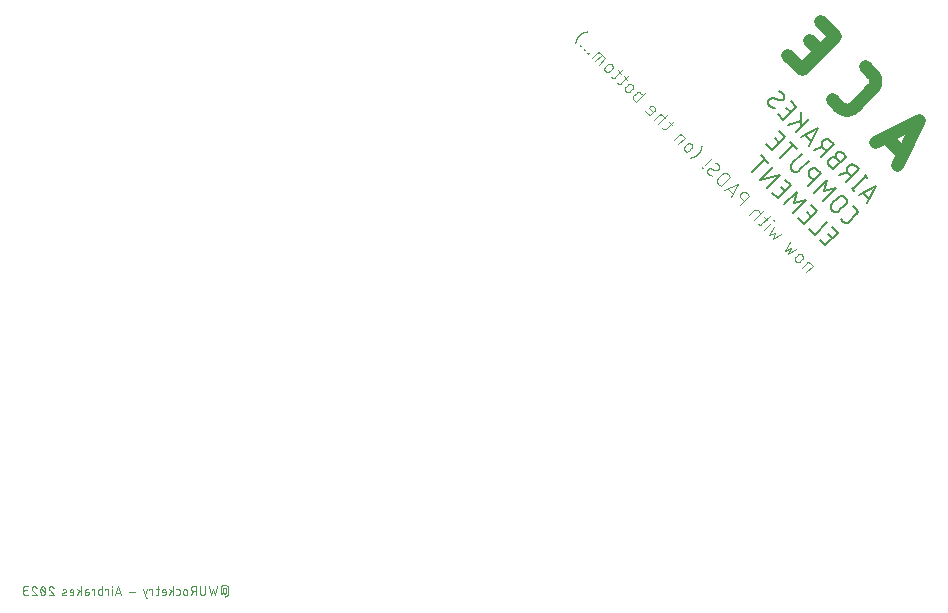
<source format=gbr>
G04 EAGLE Gerber RS-274X export*
G75*
%MOMM*%
%FSLAX34Y34*%
%LPD*%
%INSilkscreen Bottom*%
%IPPOS*%
%AMOC8*
5,1,8,0,0,1.08239X$1,22.5*%
G01*
%ADD10C,1.117600*%
%ADD11C,0.127000*%
%ADD12C,0.101600*%
%ADD13C,0.076200*%


D10*
X1035848Y447433D02*
X1054527Y484791D01*
X1017170Y466112D01*
X1026509Y470782D02*
X1040518Y456773D01*
X986804Y496477D02*
X980578Y502704D01*
X986805Y496478D02*
X986957Y496329D01*
X987113Y496184D01*
X987272Y496043D01*
X987435Y495906D01*
X987601Y495773D01*
X987770Y495644D01*
X987942Y495519D01*
X988117Y495398D01*
X988295Y495281D01*
X988476Y495169D01*
X988659Y495061D01*
X988845Y494958D01*
X989034Y494859D01*
X989224Y494764D01*
X989417Y494675D01*
X989612Y494590D01*
X989809Y494510D01*
X990008Y494434D01*
X990209Y494363D01*
X990411Y494298D01*
X990615Y494237D01*
X990821Y494181D01*
X991027Y494130D01*
X991235Y494084D01*
X991444Y494043D01*
X991654Y494007D01*
X991864Y493977D01*
X992075Y493951D01*
X992287Y493930D01*
X992499Y493915D01*
X992712Y493905D01*
X992925Y493900D01*
X993137Y493900D01*
X993350Y493905D01*
X993563Y493915D01*
X993775Y493930D01*
X993987Y493951D01*
X994198Y493977D01*
X994408Y494007D01*
X994618Y494043D01*
X994827Y494084D01*
X995035Y494130D01*
X995241Y494181D01*
X995447Y494237D01*
X995651Y494298D01*
X995853Y494363D01*
X996054Y494434D01*
X996253Y494510D01*
X996450Y494590D01*
X996645Y494675D01*
X996838Y494764D01*
X997028Y494859D01*
X997217Y494958D01*
X997403Y495061D01*
X997586Y495169D01*
X997767Y495281D01*
X997945Y495398D01*
X998120Y495519D01*
X998292Y495644D01*
X998461Y495773D01*
X998627Y495906D01*
X998790Y496043D01*
X998949Y496184D01*
X999105Y496329D01*
X999257Y496478D01*
X999257Y496477D02*
X1014823Y512043D01*
X1014822Y512043D02*
X1014973Y512198D01*
X1015120Y512356D01*
X1015263Y512518D01*
X1015402Y512683D01*
X1015537Y512852D01*
X1015668Y513024D01*
X1015795Y513199D01*
X1015917Y513377D01*
X1016035Y513558D01*
X1016148Y513742D01*
X1016257Y513929D01*
X1016361Y514118D01*
X1016461Y514310D01*
X1016556Y514504D01*
X1016646Y514701D01*
X1016731Y514899D01*
X1016811Y515100D01*
X1016886Y515303D01*
X1016957Y515507D01*
X1017022Y515713D01*
X1017082Y515921D01*
X1017137Y516130D01*
X1017187Y516340D01*
X1017232Y516551D01*
X1017271Y516764D01*
X1017306Y516977D01*
X1017335Y517191D01*
X1017359Y517406D01*
X1017377Y517621D01*
X1017390Y517837D01*
X1017398Y518053D01*
X1017401Y518269D01*
X1017398Y518485D01*
X1017390Y518701D01*
X1017377Y518917D01*
X1017359Y519132D01*
X1017335Y519347D01*
X1017306Y519561D01*
X1017271Y519774D01*
X1017232Y519987D01*
X1017187Y520198D01*
X1017137Y520408D01*
X1017082Y520617D01*
X1017022Y520825D01*
X1016957Y521031D01*
X1016886Y521235D01*
X1016811Y521438D01*
X1016731Y521638D01*
X1016646Y521837D01*
X1016556Y522034D01*
X1016461Y522228D01*
X1016361Y522420D01*
X1016257Y522609D01*
X1016148Y522796D01*
X1016035Y522980D01*
X1015917Y523161D01*
X1015795Y523339D01*
X1015668Y523514D01*
X1015537Y523686D01*
X1015402Y523855D01*
X1015263Y524020D01*
X1015120Y524182D01*
X1014973Y524340D01*
X1014822Y524495D01*
X1014823Y524496D02*
X1008596Y530722D01*
X955186Y528096D02*
X942733Y540548D01*
X955186Y528096D02*
X983204Y556114D01*
X970752Y568567D01*
X961412Y553001D02*
X970752Y543661D01*
D11*
X1017800Y429102D02*
X1010496Y414494D01*
X1003192Y421798D02*
X1017800Y429102D01*
X1006844Y423624D02*
X1012322Y418146D01*
X998435Y426555D02*
X1009391Y437511D01*
X997218Y427773D02*
X999652Y425338D01*
X1010608Y436294D02*
X1008173Y438729D01*
X1003614Y443288D02*
X992658Y432332D01*
X1003614Y443288D02*
X1000571Y446331D01*
X1000570Y446331D02*
X1000477Y446422D01*
X1000381Y446510D01*
X1000282Y446594D01*
X1000181Y446676D01*
X1000078Y446755D01*
X999972Y446830D01*
X999864Y446902D01*
X999754Y446971D01*
X999641Y447037D01*
X999527Y447099D01*
X999411Y447158D01*
X999293Y447213D01*
X999174Y447264D01*
X999053Y447312D01*
X998931Y447357D01*
X998807Y447397D01*
X998683Y447434D01*
X998557Y447467D01*
X998430Y447496D01*
X998303Y447522D01*
X998175Y447543D01*
X998046Y447561D01*
X997916Y447574D01*
X997787Y447584D01*
X997657Y447590D01*
X997527Y447592D01*
X997397Y447590D01*
X997267Y447584D01*
X997137Y447574D01*
X997008Y447561D01*
X996879Y447543D01*
X996751Y447521D01*
X996624Y447496D01*
X996497Y447467D01*
X996371Y447434D01*
X996247Y447397D01*
X996123Y447357D01*
X996001Y447312D01*
X995880Y447264D01*
X995761Y447213D01*
X995643Y447158D01*
X995527Y447099D01*
X995413Y447037D01*
X995300Y446971D01*
X995190Y446902D01*
X995082Y446830D01*
X994976Y446755D01*
X994873Y446676D01*
X994772Y446594D01*
X994673Y446510D01*
X994577Y446422D01*
X994484Y446331D01*
X994393Y446238D01*
X994305Y446142D01*
X994221Y446043D01*
X994139Y445942D01*
X994060Y445839D01*
X993985Y445733D01*
X993913Y445625D01*
X993844Y445515D01*
X993778Y445402D01*
X993716Y445288D01*
X993657Y445172D01*
X993602Y445054D01*
X993551Y444935D01*
X993503Y444814D01*
X993458Y444692D01*
X993418Y444568D01*
X993381Y444444D01*
X993348Y444318D01*
X993319Y444191D01*
X993294Y444064D01*
X993272Y443936D01*
X993254Y443807D01*
X993241Y443678D01*
X993231Y443548D01*
X993225Y443418D01*
X993223Y443288D01*
X993225Y443158D01*
X993231Y443028D01*
X993241Y442899D01*
X993254Y442769D01*
X993272Y442640D01*
X993293Y442512D01*
X993319Y442385D01*
X993348Y442258D01*
X993381Y442132D01*
X993418Y442008D01*
X993458Y441884D01*
X993503Y441762D01*
X993551Y441641D01*
X993602Y441522D01*
X993657Y441404D01*
X993716Y441288D01*
X993778Y441174D01*
X993844Y441061D01*
X993913Y440951D01*
X993985Y440843D01*
X994060Y440737D01*
X994139Y440634D01*
X994221Y440533D01*
X994305Y440434D01*
X994393Y440338D01*
X994484Y440245D01*
X997527Y437202D01*
X993875Y440854D02*
X986571Y438419D01*
X987804Y449360D02*
X984760Y452403D01*
X984667Y452494D01*
X984571Y452582D01*
X984472Y452666D01*
X984371Y452748D01*
X984268Y452827D01*
X984162Y452902D01*
X984054Y452974D01*
X983944Y453043D01*
X983831Y453109D01*
X983717Y453171D01*
X983601Y453230D01*
X983483Y453285D01*
X983364Y453336D01*
X983243Y453384D01*
X983121Y453429D01*
X982997Y453469D01*
X982873Y453506D01*
X982747Y453539D01*
X982620Y453568D01*
X982493Y453594D01*
X982365Y453615D01*
X982236Y453633D01*
X982106Y453646D01*
X981977Y453656D01*
X981847Y453662D01*
X981717Y453664D01*
X981587Y453662D01*
X981457Y453656D01*
X981327Y453646D01*
X981198Y453633D01*
X981069Y453615D01*
X980941Y453593D01*
X980814Y453568D01*
X980687Y453539D01*
X980561Y453506D01*
X980437Y453469D01*
X980313Y453429D01*
X980191Y453384D01*
X980070Y453336D01*
X979951Y453285D01*
X979833Y453230D01*
X979717Y453171D01*
X979603Y453109D01*
X979490Y453043D01*
X979380Y452974D01*
X979272Y452902D01*
X979166Y452827D01*
X979063Y452748D01*
X978962Y452666D01*
X978863Y452582D01*
X978767Y452494D01*
X978674Y452403D01*
X978583Y452310D01*
X978495Y452214D01*
X978411Y452115D01*
X978329Y452014D01*
X978250Y451911D01*
X978175Y451805D01*
X978103Y451697D01*
X978034Y451587D01*
X977968Y451474D01*
X977906Y451360D01*
X977847Y451244D01*
X977792Y451126D01*
X977741Y451007D01*
X977693Y450886D01*
X977648Y450764D01*
X977608Y450640D01*
X977571Y450516D01*
X977538Y450390D01*
X977509Y450263D01*
X977484Y450136D01*
X977462Y450008D01*
X977444Y449879D01*
X977431Y449750D01*
X977421Y449620D01*
X977415Y449490D01*
X977413Y449360D01*
X977415Y449230D01*
X977421Y449100D01*
X977431Y448971D01*
X977444Y448841D01*
X977462Y448712D01*
X977483Y448584D01*
X977509Y448457D01*
X977538Y448330D01*
X977571Y448204D01*
X977608Y448080D01*
X977648Y447956D01*
X977693Y447834D01*
X977741Y447713D01*
X977792Y447594D01*
X977847Y447476D01*
X977906Y447360D01*
X977968Y447246D01*
X978034Y447133D01*
X978103Y447023D01*
X978175Y446915D01*
X978250Y446809D01*
X978329Y446706D01*
X978411Y446605D01*
X978495Y446506D01*
X978583Y446410D01*
X978674Y446317D01*
X978674Y446316D02*
X981717Y443273D01*
X992673Y454229D01*
X989630Y457272D01*
X989630Y457273D02*
X989546Y457353D01*
X989460Y457431D01*
X989371Y457506D01*
X989279Y457578D01*
X989186Y457647D01*
X989090Y457713D01*
X988991Y457775D01*
X988891Y457834D01*
X988789Y457890D01*
X988685Y457942D01*
X988579Y457990D01*
X988472Y458035D01*
X988363Y458077D01*
X988253Y458114D01*
X988142Y458148D01*
X988030Y458178D01*
X987917Y458205D01*
X987802Y458227D01*
X987688Y458246D01*
X987572Y458260D01*
X987456Y458271D01*
X987340Y458278D01*
X987224Y458281D01*
X987108Y458280D01*
X986992Y458275D01*
X986876Y458266D01*
X986760Y458253D01*
X986645Y458237D01*
X986530Y458216D01*
X986417Y458192D01*
X986304Y458164D01*
X986192Y458132D01*
X986081Y458096D01*
X985972Y458056D01*
X985864Y458013D01*
X985758Y457967D01*
X985653Y457916D01*
X985550Y457862D01*
X985448Y457805D01*
X985349Y457744D01*
X985252Y457680D01*
X985157Y457613D01*
X985065Y457543D01*
X984974Y457469D01*
X984887Y457393D01*
X984802Y457313D01*
X984720Y457231D01*
X984640Y457146D01*
X984564Y457059D01*
X984490Y456968D01*
X984420Y456876D01*
X984353Y456781D01*
X984289Y456684D01*
X984228Y456585D01*
X984171Y456483D01*
X984117Y456380D01*
X984066Y456275D01*
X984020Y456169D01*
X983977Y456061D01*
X983937Y455952D01*
X983901Y455841D01*
X983869Y455729D01*
X983841Y455616D01*
X983817Y455503D01*
X983796Y455388D01*
X983780Y455273D01*
X983767Y455157D01*
X983758Y455041D01*
X983753Y454925D01*
X983752Y454809D01*
X983755Y454693D01*
X983762Y454577D01*
X983773Y454461D01*
X983787Y454345D01*
X983806Y454231D01*
X983828Y454116D01*
X983855Y454003D01*
X983885Y453891D01*
X983919Y453780D01*
X983956Y453670D01*
X983998Y453561D01*
X984043Y453454D01*
X984091Y453348D01*
X984143Y453244D01*
X984199Y453142D01*
X984258Y453042D01*
X984320Y452943D01*
X984386Y452847D01*
X984455Y452754D01*
X984527Y452662D01*
X984602Y452573D01*
X984680Y452487D01*
X984760Y452403D01*
X982240Y464662D02*
X971284Y453706D01*
X982240Y464662D02*
X979197Y467705D01*
X979104Y467796D01*
X979008Y467884D01*
X978909Y467968D01*
X978808Y468050D01*
X978705Y468129D01*
X978599Y468204D01*
X978491Y468276D01*
X978381Y468345D01*
X978268Y468411D01*
X978154Y468473D01*
X978038Y468532D01*
X977920Y468587D01*
X977801Y468638D01*
X977680Y468686D01*
X977558Y468731D01*
X977434Y468771D01*
X977310Y468808D01*
X977184Y468841D01*
X977057Y468870D01*
X976930Y468896D01*
X976802Y468917D01*
X976673Y468935D01*
X976543Y468948D01*
X976414Y468958D01*
X976284Y468964D01*
X976154Y468966D01*
X976024Y468964D01*
X975894Y468958D01*
X975764Y468948D01*
X975635Y468935D01*
X975506Y468917D01*
X975378Y468895D01*
X975251Y468870D01*
X975124Y468841D01*
X974998Y468808D01*
X974874Y468771D01*
X974750Y468731D01*
X974628Y468686D01*
X974507Y468638D01*
X974388Y468587D01*
X974270Y468532D01*
X974154Y468473D01*
X974040Y468411D01*
X973927Y468345D01*
X973817Y468276D01*
X973709Y468204D01*
X973603Y468129D01*
X973500Y468050D01*
X973399Y467968D01*
X973300Y467884D01*
X973204Y467796D01*
X973111Y467705D01*
X973020Y467612D01*
X972932Y467516D01*
X972848Y467417D01*
X972766Y467316D01*
X972687Y467213D01*
X972612Y467107D01*
X972540Y466999D01*
X972471Y466889D01*
X972405Y466776D01*
X972343Y466662D01*
X972284Y466546D01*
X972229Y466428D01*
X972178Y466309D01*
X972130Y466188D01*
X972085Y466066D01*
X972045Y465942D01*
X972008Y465818D01*
X971975Y465692D01*
X971946Y465565D01*
X971921Y465438D01*
X971899Y465310D01*
X971881Y465181D01*
X971868Y465052D01*
X971858Y464922D01*
X971852Y464792D01*
X971850Y464662D01*
X971852Y464532D01*
X971858Y464402D01*
X971868Y464273D01*
X971881Y464143D01*
X971899Y464014D01*
X971920Y463886D01*
X971946Y463759D01*
X971975Y463632D01*
X972008Y463506D01*
X972045Y463382D01*
X972085Y463258D01*
X972130Y463136D01*
X972178Y463015D01*
X972229Y462896D01*
X972284Y462778D01*
X972343Y462662D01*
X972405Y462548D01*
X972471Y462435D01*
X972540Y462325D01*
X972612Y462217D01*
X972687Y462111D01*
X972766Y462008D01*
X972848Y461907D01*
X972932Y461808D01*
X973020Y461712D01*
X973111Y461619D01*
X973110Y461619D02*
X976154Y458575D01*
X972502Y462227D02*
X965198Y459793D01*
X961442Y463549D02*
X968746Y478156D01*
X954138Y470852D01*
X957790Y472678D02*
X963268Y467200D01*
X949832Y475158D02*
X960788Y486114D01*
X954701Y492201D02*
X954092Y479419D01*
X954092Y484288D02*
X943745Y481245D01*
X939440Y485550D02*
X934571Y490419D01*
X939440Y485550D02*
X950396Y496506D01*
X945527Y501375D01*
X941875Y495289D02*
X945527Y491637D01*
X927398Y497592D02*
X927318Y497675D01*
X927241Y497760D01*
X927167Y497848D01*
X927096Y497939D01*
X927027Y498031D01*
X926962Y498126D01*
X926900Y498223D01*
X926842Y498322D01*
X926786Y498423D01*
X926735Y498526D01*
X926686Y498630D01*
X926641Y498736D01*
X926600Y498843D01*
X926562Y498952D01*
X926528Y499062D01*
X926498Y499173D01*
X926471Y499285D01*
X926448Y499398D01*
X926429Y499511D01*
X926414Y499625D01*
X926402Y499740D01*
X926394Y499854D01*
X926390Y499969D01*
X926390Y500085D01*
X926394Y500200D01*
X926402Y500314D01*
X926414Y500429D01*
X926429Y500543D01*
X926448Y500656D01*
X926471Y500769D01*
X926498Y500881D01*
X926528Y500992D01*
X926562Y501102D01*
X926600Y501211D01*
X926641Y501318D01*
X926686Y501424D01*
X926735Y501528D01*
X926786Y501631D01*
X926842Y501732D01*
X926900Y501831D01*
X926962Y501928D01*
X927027Y502023D01*
X927096Y502115D01*
X927167Y502206D01*
X927241Y502294D01*
X927318Y502379D01*
X927398Y502462D01*
X927398Y497592D02*
X927523Y497471D01*
X927650Y497352D01*
X927780Y497237D01*
X927913Y497124D01*
X928049Y497015D01*
X928187Y496909D01*
X928327Y496807D01*
X928471Y496708D01*
X928616Y496612D01*
X928763Y496520D01*
X928913Y496431D01*
X929065Y496346D01*
X929219Y496265D01*
X929375Y496187D01*
X929532Y496114D01*
X929692Y496043D01*
X929852Y495977D01*
X930015Y495915D01*
X930179Y495856D01*
X930344Y495802D01*
X930511Y495751D01*
X930678Y495705D01*
X930847Y495662D01*
X931017Y495624D01*
X931187Y495589D01*
X931359Y495559D01*
X931531Y495533D01*
X931703Y495510D01*
X931876Y495492D01*
X932050Y495479D01*
X932224Y495469D01*
X932397Y495463D01*
X932571Y495462D01*
X939267Y502765D02*
X939347Y502848D01*
X939424Y502933D01*
X939498Y503021D01*
X939569Y503112D01*
X939638Y503204D01*
X939703Y503299D01*
X939765Y503396D01*
X939823Y503495D01*
X939879Y503596D01*
X939930Y503699D01*
X939979Y503803D01*
X940024Y503909D01*
X940065Y504016D01*
X940103Y504125D01*
X940137Y504235D01*
X940167Y504346D01*
X940194Y504458D01*
X940217Y504571D01*
X940236Y504684D01*
X940251Y504798D01*
X940263Y504913D01*
X940271Y505027D01*
X940275Y505142D01*
X940275Y505258D01*
X940271Y505373D01*
X940263Y505487D01*
X940251Y505602D01*
X940236Y505716D01*
X940217Y505829D01*
X940194Y505942D01*
X940167Y506054D01*
X940137Y506165D01*
X940103Y506275D01*
X940065Y506384D01*
X940024Y506491D01*
X939979Y506597D01*
X939930Y506701D01*
X939879Y506804D01*
X939823Y506905D01*
X939765Y507004D01*
X939703Y507101D01*
X939638Y507196D01*
X939569Y507288D01*
X939498Y507379D01*
X939424Y507467D01*
X939347Y507552D01*
X939267Y507635D01*
X939153Y507747D01*
X939036Y507855D01*
X938916Y507961D01*
X938794Y508064D01*
X938669Y508164D01*
X938541Y508260D01*
X938412Y508354D01*
X938280Y508444D01*
X938146Y508531D01*
X938010Y508614D01*
X937871Y508694D01*
X937731Y508771D01*
X937589Y508844D01*
X937445Y508914D01*
X937300Y508980D01*
X937153Y509043D01*
X937004Y509102D01*
X936854Y509157D01*
X936703Y509208D01*
X936551Y509256D01*
X936397Y509300D01*
X936242Y509340D01*
X936087Y509376D01*
X935930Y509408D01*
X935773Y509437D01*
X935615Y509461D01*
X935919Y501853D02*
X936033Y501826D01*
X936148Y501802D01*
X936263Y501783D01*
X936379Y501767D01*
X936496Y501755D01*
X936613Y501747D01*
X936730Y501743D01*
X936847Y501742D01*
X936964Y501746D01*
X937081Y501754D01*
X937197Y501765D01*
X937313Y501781D01*
X937429Y501800D01*
X937544Y501823D01*
X937658Y501850D01*
X937771Y501881D01*
X937882Y501916D01*
X937993Y501954D01*
X938102Y501996D01*
X938210Y502042D01*
X938317Y502091D01*
X938421Y502144D01*
X938524Y502200D01*
X938625Y502259D01*
X938723Y502322D01*
X938820Y502389D01*
X938914Y502458D01*
X939006Y502531D01*
X939096Y502606D01*
X939183Y502685D01*
X939267Y502766D01*
X930746Y503375D02*
X930632Y503402D01*
X930517Y503426D01*
X930402Y503445D01*
X930286Y503461D01*
X930169Y503473D01*
X930052Y503481D01*
X929935Y503485D01*
X929818Y503486D01*
X929701Y503482D01*
X929584Y503474D01*
X929468Y503463D01*
X929352Y503447D01*
X929236Y503428D01*
X929121Y503405D01*
X929007Y503378D01*
X928894Y503347D01*
X928783Y503312D01*
X928672Y503274D01*
X928563Y503232D01*
X928455Y503186D01*
X928348Y503137D01*
X928244Y503084D01*
X928141Y503028D01*
X928040Y502969D01*
X927942Y502906D01*
X927845Y502839D01*
X927751Y502770D01*
X927659Y502697D01*
X927569Y502622D01*
X927482Y502543D01*
X927398Y502462D01*
X930746Y503374D02*
X935919Y501853D01*
X987846Y401582D02*
X990281Y399148D01*
X990280Y399147D02*
X990363Y399067D01*
X990448Y398990D01*
X990536Y398916D01*
X990627Y398845D01*
X990719Y398776D01*
X990814Y398711D01*
X990911Y398649D01*
X991010Y398591D01*
X991111Y398535D01*
X991214Y398484D01*
X991318Y398435D01*
X991424Y398390D01*
X991531Y398349D01*
X991640Y398311D01*
X991750Y398277D01*
X991861Y398247D01*
X991973Y398220D01*
X992086Y398197D01*
X992199Y398178D01*
X992313Y398163D01*
X992428Y398151D01*
X992542Y398143D01*
X992657Y398139D01*
X992773Y398139D01*
X992888Y398143D01*
X993002Y398151D01*
X993117Y398163D01*
X993231Y398178D01*
X993344Y398197D01*
X993457Y398220D01*
X993569Y398247D01*
X993680Y398277D01*
X993790Y398311D01*
X993899Y398349D01*
X994006Y398390D01*
X994112Y398435D01*
X994216Y398484D01*
X994319Y398535D01*
X994420Y398591D01*
X994519Y398649D01*
X994616Y398711D01*
X994711Y398776D01*
X994803Y398845D01*
X994894Y398916D01*
X994982Y398990D01*
X995067Y399067D01*
X995150Y399147D01*
X995150Y399148D02*
X1001237Y405234D01*
X1001317Y405317D01*
X1001394Y405402D01*
X1001468Y405490D01*
X1001539Y405581D01*
X1001608Y405673D01*
X1001673Y405768D01*
X1001735Y405865D01*
X1001793Y405964D01*
X1001849Y406065D01*
X1001900Y406168D01*
X1001949Y406272D01*
X1001994Y406378D01*
X1002035Y406485D01*
X1002073Y406594D01*
X1002107Y406704D01*
X1002137Y406815D01*
X1002164Y406927D01*
X1002187Y407040D01*
X1002206Y407153D01*
X1002221Y407267D01*
X1002233Y407382D01*
X1002241Y407496D01*
X1002245Y407611D01*
X1002245Y407727D01*
X1002241Y407842D01*
X1002233Y407956D01*
X1002221Y408071D01*
X1002206Y408185D01*
X1002187Y408298D01*
X1002164Y408411D01*
X1002137Y408523D01*
X1002107Y408634D01*
X1002073Y408744D01*
X1002035Y408853D01*
X1001994Y408960D01*
X1001949Y409066D01*
X1001900Y409170D01*
X1001849Y409273D01*
X1001793Y409374D01*
X1001735Y409473D01*
X1001673Y409570D01*
X1001608Y409665D01*
X1001539Y409757D01*
X1001468Y409848D01*
X1001394Y409936D01*
X1001317Y410021D01*
X1001237Y410104D01*
X998802Y412538D01*
X991842Y413412D02*
X986972Y408543D01*
X991841Y413412D02*
X991932Y413505D01*
X992020Y413601D01*
X992104Y413700D01*
X992186Y413801D01*
X992265Y413904D01*
X992340Y414010D01*
X992412Y414118D01*
X992481Y414228D01*
X992547Y414341D01*
X992609Y414455D01*
X992668Y414571D01*
X992723Y414689D01*
X992774Y414808D01*
X992822Y414929D01*
X992867Y415051D01*
X992907Y415175D01*
X992944Y415299D01*
X992977Y415425D01*
X993006Y415552D01*
X993031Y415679D01*
X993053Y415807D01*
X993071Y415936D01*
X993084Y416065D01*
X993094Y416195D01*
X993100Y416325D01*
X993102Y416455D01*
X993100Y416585D01*
X993094Y416715D01*
X993084Y416845D01*
X993071Y416974D01*
X993053Y417103D01*
X993032Y417231D01*
X993006Y417358D01*
X992977Y417485D01*
X992944Y417611D01*
X992907Y417735D01*
X992867Y417859D01*
X992822Y417981D01*
X992774Y418102D01*
X992723Y418221D01*
X992668Y418339D01*
X992609Y418455D01*
X992547Y418569D01*
X992481Y418682D01*
X992412Y418792D01*
X992340Y418900D01*
X992265Y419006D01*
X992186Y419109D01*
X992104Y419210D01*
X992020Y419309D01*
X991932Y419405D01*
X991841Y419498D01*
X991748Y419589D01*
X991652Y419677D01*
X991553Y419761D01*
X991452Y419843D01*
X991349Y419922D01*
X991243Y419997D01*
X991135Y420069D01*
X991025Y420138D01*
X990912Y420204D01*
X990798Y420266D01*
X990682Y420325D01*
X990564Y420380D01*
X990445Y420431D01*
X990324Y420479D01*
X990202Y420524D01*
X990078Y420564D01*
X989954Y420601D01*
X989828Y420634D01*
X989701Y420663D01*
X989574Y420688D01*
X989446Y420710D01*
X989317Y420728D01*
X989188Y420741D01*
X989058Y420751D01*
X988928Y420757D01*
X988798Y420759D01*
X988668Y420757D01*
X988538Y420751D01*
X988409Y420741D01*
X988279Y420728D01*
X988150Y420710D01*
X988022Y420689D01*
X987895Y420663D01*
X987768Y420634D01*
X987642Y420601D01*
X987518Y420564D01*
X987394Y420524D01*
X987272Y420479D01*
X987151Y420431D01*
X987032Y420380D01*
X986914Y420325D01*
X986798Y420266D01*
X986684Y420204D01*
X986571Y420138D01*
X986461Y420069D01*
X986353Y419997D01*
X986247Y419922D01*
X986144Y419843D01*
X986043Y419761D01*
X985944Y419677D01*
X985848Y419589D01*
X985755Y419498D01*
X985755Y419499D02*
X980886Y414629D01*
X980795Y414536D01*
X980707Y414440D01*
X980623Y414341D01*
X980541Y414240D01*
X980462Y414137D01*
X980387Y414031D01*
X980315Y413923D01*
X980246Y413813D01*
X980180Y413700D01*
X980118Y413586D01*
X980059Y413470D01*
X980004Y413352D01*
X979953Y413233D01*
X979905Y413112D01*
X979860Y412990D01*
X979820Y412866D01*
X979783Y412742D01*
X979750Y412616D01*
X979721Y412489D01*
X979695Y412362D01*
X979674Y412234D01*
X979656Y412105D01*
X979643Y411975D01*
X979633Y411846D01*
X979627Y411716D01*
X979625Y411586D01*
X979627Y411456D01*
X979633Y411326D01*
X979643Y411196D01*
X979656Y411067D01*
X979674Y410938D01*
X979696Y410810D01*
X979721Y410683D01*
X979750Y410556D01*
X979783Y410430D01*
X979820Y410306D01*
X979860Y410182D01*
X979905Y410060D01*
X979953Y409939D01*
X980004Y409820D01*
X980059Y409702D01*
X980118Y409586D01*
X980180Y409472D01*
X980246Y409359D01*
X980315Y409249D01*
X980387Y409141D01*
X980462Y409035D01*
X980541Y408932D01*
X980623Y408831D01*
X980707Y408732D01*
X980795Y408636D01*
X980886Y408543D01*
X980979Y408452D01*
X981075Y408364D01*
X981174Y408280D01*
X981275Y408198D01*
X981378Y408119D01*
X981484Y408044D01*
X981592Y407972D01*
X981702Y407903D01*
X981815Y407837D01*
X981929Y407775D01*
X982045Y407716D01*
X982163Y407661D01*
X982282Y407610D01*
X982403Y407562D01*
X982525Y407517D01*
X982649Y407477D01*
X982773Y407440D01*
X982899Y407407D01*
X983026Y407378D01*
X983153Y407353D01*
X983281Y407331D01*
X983410Y407313D01*
X983539Y407300D01*
X983669Y407290D01*
X983799Y407284D01*
X983929Y407282D01*
X984059Y407284D01*
X984189Y407290D01*
X984318Y407300D01*
X984448Y407313D01*
X984577Y407331D01*
X984705Y407352D01*
X984832Y407378D01*
X984959Y407407D01*
X985085Y407440D01*
X985209Y407477D01*
X985333Y407517D01*
X985455Y407562D01*
X985576Y407610D01*
X985695Y407661D01*
X985813Y407716D01*
X985929Y407775D01*
X986043Y407837D01*
X986156Y407903D01*
X986266Y407972D01*
X986374Y408044D01*
X986480Y408119D01*
X986583Y408198D01*
X986684Y408280D01*
X986783Y408364D01*
X986879Y408452D01*
X986972Y408543D01*
X972975Y416454D02*
X983931Y427409D01*
X974192Y424975D01*
X976627Y434713D01*
X965671Y423757D01*
X960314Y429115D02*
X971270Y440071D01*
X968226Y443114D01*
X968226Y443113D02*
X968133Y443204D01*
X968037Y443292D01*
X967938Y443376D01*
X967837Y443458D01*
X967734Y443537D01*
X967628Y443612D01*
X967520Y443684D01*
X967410Y443753D01*
X967297Y443819D01*
X967183Y443881D01*
X967067Y443940D01*
X966949Y443995D01*
X966830Y444046D01*
X966709Y444094D01*
X966587Y444139D01*
X966463Y444179D01*
X966339Y444216D01*
X966213Y444249D01*
X966086Y444278D01*
X965959Y444304D01*
X965831Y444325D01*
X965702Y444343D01*
X965572Y444356D01*
X965443Y444366D01*
X965313Y444372D01*
X965183Y444374D01*
X965053Y444372D01*
X964923Y444366D01*
X964793Y444356D01*
X964664Y444343D01*
X964535Y444325D01*
X964407Y444303D01*
X964280Y444278D01*
X964153Y444249D01*
X964027Y444216D01*
X963903Y444179D01*
X963779Y444139D01*
X963657Y444094D01*
X963536Y444046D01*
X963417Y443995D01*
X963299Y443940D01*
X963183Y443881D01*
X963069Y443819D01*
X962956Y443753D01*
X962846Y443684D01*
X962738Y443612D01*
X962632Y443537D01*
X962529Y443458D01*
X962428Y443376D01*
X962329Y443292D01*
X962233Y443204D01*
X962140Y443113D01*
X962049Y443020D01*
X961961Y442924D01*
X961877Y442825D01*
X961795Y442724D01*
X961716Y442621D01*
X961641Y442515D01*
X961569Y442407D01*
X961500Y442297D01*
X961434Y442184D01*
X961372Y442070D01*
X961313Y441954D01*
X961258Y441836D01*
X961207Y441717D01*
X961159Y441596D01*
X961114Y441474D01*
X961074Y441350D01*
X961037Y441226D01*
X961004Y441100D01*
X960975Y440973D01*
X960950Y440846D01*
X960928Y440718D01*
X960910Y440589D01*
X960897Y440460D01*
X960887Y440330D01*
X960881Y440200D01*
X960879Y440070D01*
X960881Y439940D01*
X960887Y439810D01*
X960897Y439681D01*
X960910Y439551D01*
X960928Y439422D01*
X960949Y439294D01*
X960975Y439167D01*
X961004Y439040D01*
X961037Y438914D01*
X961074Y438790D01*
X961114Y438666D01*
X961159Y438544D01*
X961207Y438423D01*
X961258Y438304D01*
X961313Y438186D01*
X961372Y438070D01*
X961434Y437956D01*
X961500Y437843D01*
X961569Y437733D01*
X961641Y437625D01*
X961716Y437519D01*
X961795Y437416D01*
X961877Y437315D01*
X961961Y437216D01*
X962049Y437120D01*
X962140Y437027D01*
X965183Y433984D01*
X952985Y442530D02*
X960897Y450443D01*
X952984Y442531D02*
X952891Y442440D01*
X952795Y442352D01*
X952696Y442268D01*
X952595Y442186D01*
X952492Y442107D01*
X952386Y442032D01*
X952278Y441960D01*
X952168Y441891D01*
X952055Y441825D01*
X951941Y441763D01*
X951825Y441704D01*
X951707Y441649D01*
X951588Y441598D01*
X951467Y441550D01*
X951345Y441505D01*
X951221Y441465D01*
X951097Y441428D01*
X950971Y441395D01*
X950844Y441366D01*
X950717Y441340D01*
X950589Y441319D01*
X950460Y441301D01*
X950330Y441288D01*
X950201Y441278D01*
X950071Y441272D01*
X949941Y441270D01*
X949811Y441272D01*
X949681Y441278D01*
X949551Y441288D01*
X949422Y441301D01*
X949293Y441319D01*
X949165Y441341D01*
X949038Y441366D01*
X948911Y441395D01*
X948785Y441428D01*
X948661Y441465D01*
X948537Y441505D01*
X948415Y441550D01*
X948294Y441598D01*
X948175Y441649D01*
X948057Y441704D01*
X947941Y441763D01*
X947827Y441825D01*
X947714Y441891D01*
X947604Y441960D01*
X947496Y442032D01*
X947390Y442107D01*
X947287Y442186D01*
X947186Y442268D01*
X947087Y442352D01*
X946991Y442440D01*
X946898Y442531D01*
X946807Y442624D01*
X946719Y442720D01*
X946635Y442819D01*
X946553Y442920D01*
X946474Y443023D01*
X946399Y443129D01*
X946327Y443237D01*
X946258Y443347D01*
X946192Y443460D01*
X946130Y443574D01*
X946071Y443690D01*
X946016Y443808D01*
X945965Y443927D01*
X945917Y444048D01*
X945872Y444170D01*
X945832Y444294D01*
X945795Y444418D01*
X945762Y444544D01*
X945733Y444671D01*
X945708Y444798D01*
X945686Y444926D01*
X945668Y445055D01*
X945655Y445184D01*
X945645Y445314D01*
X945639Y445444D01*
X945637Y445574D01*
X945639Y445704D01*
X945645Y445834D01*
X945655Y445963D01*
X945668Y446093D01*
X945686Y446222D01*
X945707Y446350D01*
X945733Y446477D01*
X945762Y446604D01*
X945795Y446730D01*
X945832Y446854D01*
X945872Y446978D01*
X945917Y447100D01*
X945965Y447221D01*
X946016Y447340D01*
X946071Y447458D01*
X946130Y447574D01*
X946192Y447688D01*
X946258Y447801D01*
X946327Y447911D01*
X946399Y448019D01*
X946474Y448125D01*
X946553Y448228D01*
X946635Y448329D01*
X946719Y448428D01*
X946807Y448524D01*
X946898Y448617D01*
X954811Y456530D01*
X947693Y463647D02*
X936737Y452692D01*
X950736Y460604D02*
X944649Y466691D01*
X929600Y459829D02*
X924730Y464698D01*
X929600Y459829D02*
X940555Y470785D01*
X935686Y475654D01*
X932034Y469567D02*
X935686Y465915D01*
X970065Y383801D02*
X974934Y378932D01*
X985890Y389888D01*
X981021Y394757D01*
X977369Y388671D02*
X981021Y385019D01*
X976780Y398998D02*
X965824Y388042D01*
X960955Y392912D01*
X956714Y397152D02*
X951845Y402022D01*
X956714Y397152D02*
X967670Y408108D01*
X962801Y412978D01*
X959149Y406891D02*
X962801Y403239D01*
X958487Y417291D02*
X947531Y406335D01*
X948748Y414857D02*
X958487Y417291D01*
X948748Y414857D02*
X951183Y424595D01*
X940227Y413639D01*
X934990Y418877D02*
X930121Y423746D01*
X934990Y418877D02*
X945946Y429832D01*
X941077Y434702D01*
X937425Y428615D02*
X941077Y424963D01*
X936855Y438923D02*
X925899Y427967D01*
X919813Y434054D02*
X936855Y438923D01*
X930768Y445010D02*
X919813Y434054D01*
X912695Y441172D02*
X923650Y452128D01*
X920607Y455171D02*
X926694Y449085D01*
D12*
X964358Y361826D02*
X958850Y356318D01*
X964358Y361826D02*
X962063Y364121D01*
X962000Y364181D01*
X961934Y364239D01*
X961865Y364293D01*
X961795Y364344D01*
X961722Y364393D01*
X961647Y364437D01*
X961570Y364479D01*
X961491Y364517D01*
X961411Y364551D01*
X961329Y364582D01*
X961246Y364609D01*
X961162Y364632D01*
X961077Y364651D01*
X960991Y364667D01*
X960904Y364679D01*
X960817Y364687D01*
X960730Y364691D01*
X960642Y364691D01*
X960555Y364687D01*
X960468Y364679D01*
X960381Y364667D01*
X960295Y364651D01*
X960210Y364632D01*
X960126Y364609D01*
X960043Y364582D01*
X959961Y364551D01*
X959881Y364517D01*
X959802Y364479D01*
X959725Y364437D01*
X959650Y364393D01*
X959577Y364344D01*
X959507Y364293D01*
X959438Y364239D01*
X959372Y364181D01*
X959309Y364121D01*
X955178Y359990D01*
X953412Y365428D02*
X955248Y367264D01*
X955317Y367337D01*
X955384Y367412D01*
X955448Y367490D01*
X955509Y367570D01*
X955567Y367653D01*
X955621Y367737D01*
X955673Y367824D01*
X955720Y367912D01*
X955765Y368003D01*
X955806Y368095D01*
X955843Y368189D01*
X955876Y368283D01*
X955906Y368380D01*
X955932Y368477D01*
X955954Y368575D01*
X955973Y368674D01*
X955987Y368774D01*
X955998Y368874D01*
X956005Y368974D01*
X956008Y369075D01*
X956007Y369176D01*
X956002Y369276D01*
X955993Y369376D01*
X955981Y369476D01*
X955964Y369576D01*
X955944Y369674D01*
X955920Y369772D01*
X955892Y369869D01*
X955860Y369964D01*
X955825Y370058D01*
X955786Y370151D01*
X955743Y370243D01*
X955697Y370332D01*
X955648Y370420D01*
X955595Y370505D01*
X955539Y370589D01*
X955479Y370670D01*
X955417Y370749D01*
X955351Y370826D01*
X955283Y370900D01*
X955212Y370971D01*
X955138Y371039D01*
X955061Y371105D01*
X954982Y371167D01*
X954901Y371227D01*
X954817Y371283D01*
X954732Y371336D01*
X954644Y371385D01*
X954555Y371431D01*
X954463Y371474D01*
X954370Y371513D01*
X954276Y371548D01*
X954181Y371580D01*
X954084Y371608D01*
X953986Y371632D01*
X953888Y371652D01*
X953788Y371669D01*
X953688Y371681D01*
X953588Y371690D01*
X953487Y371695D01*
X953387Y371696D01*
X953286Y371693D01*
X953186Y371686D01*
X953086Y371675D01*
X952986Y371661D01*
X952887Y371642D01*
X952789Y371620D01*
X952692Y371594D01*
X952595Y371564D01*
X952500Y371531D01*
X952407Y371494D01*
X952315Y371453D01*
X952224Y371408D01*
X952136Y371361D01*
X952049Y371309D01*
X951964Y371255D01*
X951882Y371197D01*
X951802Y371136D01*
X951724Y371072D01*
X951649Y371005D01*
X951576Y370936D01*
X949740Y369100D01*
X949671Y369027D01*
X949604Y368952D01*
X949540Y368874D01*
X949479Y368794D01*
X949421Y368711D01*
X949367Y368627D01*
X949315Y368540D01*
X949268Y368452D01*
X949223Y368361D01*
X949182Y368269D01*
X949145Y368175D01*
X949112Y368081D01*
X949082Y367984D01*
X949056Y367887D01*
X949034Y367789D01*
X949015Y367690D01*
X949001Y367590D01*
X948990Y367490D01*
X948983Y367390D01*
X948980Y367289D01*
X948981Y367189D01*
X948986Y367088D01*
X948995Y366988D01*
X949007Y366888D01*
X949024Y366788D01*
X949044Y366690D01*
X949068Y366592D01*
X949096Y366495D01*
X949128Y366400D01*
X949163Y366306D01*
X949202Y366213D01*
X949245Y366121D01*
X949291Y366032D01*
X949340Y365944D01*
X949393Y365859D01*
X949449Y365775D01*
X949509Y365694D01*
X949571Y365615D01*
X949637Y365538D01*
X949705Y365464D01*
X949776Y365393D01*
X949850Y365325D01*
X949927Y365259D01*
X950006Y365197D01*
X950087Y365137D01*
X950171Y365081D01*
X950256Y365028D01*
X950344Y364979D01*
X950433Y364933D01*
X950525Y364890D01*
X950618Y364851D01*
X950712Y364816D01*
X950807Y364784D01*
X950904Y364756D01*
X951002Y364732D01*
X951100Y364712D01*
X951200Y364695D01*
X951300Y364683D01*
X951400Y364674D01*
X951500Y364669D01*
X951601Y364668D01*
X951702Y364671D01*
X951802Y364678D01*
X951902Y364689D01*
X952002Y364703D01*
X952101Y364722D01*
X952199Y364744D01*
X952296Y364770D01*
X952393Y364800D01*
X952487Y364833D01*
X952581Y364870D01*
X952673Y364911D01*
X952764Y364956D01*
X952852Y365003D01*
X952939Y365054D01*
X953023Y365109D01*
X953106Y365167D01*
X953186Y365228D01*
X953264Y365292D01*
X953339Y365359D01*
X953412Y365428D01*
X950189Y375995D02*
X943304Y371864D01*
X945599Y376913D01*
X940550Y374618D01*
X944681Y381503D01*
X937258Y388927D02*
X930373Y384796D01*
X932668Y389845D01*
X927619Y387550D01*
X931750Y394434D01*
X928577Y397607D02*
X923069Y392100D01*
X931101Y399673D02*
X931560Y400132D01*
X931101Y400591D01*
X930642Y400132D01*
X931101Y399673D01*
X925978Y400206D02*
X923224Y402960D01*
X927814Y403878D02*
X920929Y396993D01*
X920866Y396933D01*
X920800Y396875D01*
X920731Y396821D01*
X920661Y396770D01*
X920588Y396721D01*
X920513Y396677D01*
X920436Y396635D01*
X920357Y396597D01*
X920277Y396563D01*
X920195Y396532D01*
X920112Y396505D01*
X920028Y396482D01*
X919943Y396463D01*
X919857Y396447D01*
X919770Y396435D01*
X919683Y396427D01*
X919596Y396423D01*
X919508Y396423D01*
X919421Y396427D01*
X919334Y396435D01*
X919247Y396447D01*
X919161Y396463D01*
X919076Y396482D01*
X918992Y396505D01*
X918909Y396532D01*
X918827Y396563D01*
X918747Y396597D01*
X918668Y396635D01*
X918591Y396677D01*
X918516Y396721D01*
X918443Y396770D01*
X918373Y396821D01*
X918304Y396875D01*
X918238Y396933D01*
X918175Y396993D01*
X917716Y397452D01*
X914398Y400770D02*
X922660Y409032D01*
X919906Y406278D02*
X917611Y408573D01*
X917548Y408633D01*
X917482Y408691D01*
X917413Y408745D01*
X917343Y408796D01*
X917270Y408845D01*
X917195Y408889D01*
X917118Y408931D01*
X917039Y408969D01*
X916959Y409003D01*
X916877Y409034D01*
X916794Y409061D01*
X916710Y409084D01*
X916625Y409103D01*
X916539Y409119D01*
X916452Y409131D01*
X916365Y409139D01*
X916278Y409143D01*
X916190Y409143D01*
X916103Y409139D01*
X916016Y409131D01*
X915929Y409119D01*
X915843Y409103D01*
X915758Y409084D01*
X915674Y409061D01*
X915591Y409034D01*
X915509Y409003D01*
X915429Y408969D01*
X915350Y408931D01*
X915273Y408889D01*
X915198Y408845D01*
X915125Y408796D01*
X915055Y408745D01*
X914986Y408691D01*
X914920Y408633D01*
X914857Y408573D01*
X910726Y404442D01*
X902345Y412824D02*
X910606Y421086D01*
X908312Y423381D01*
X908231Y423460D01*
X908147Y423536D01*
X908060Y423609D01*
X907970Y423678D01*
X907879Y423745D01*
X907785Y423808D01*
X907689Y423868D01*
X907591Y423925D01*
X907491Y423978D01*
X907389Y424028D01*
X907285Y424074D01*
X907180Y424116D01*
X907074Y424155D01*
X906966Y424190D01*
X906857Y424221D01*
X906747Y424249D01*
X906636Y424272D01*
X906525Y424292D01*
X906413Y424308D01*
X906300Y424320D01*
X906187Y424328D01*
X906074Y424332D01*
X905960Y424332D01*
X905847Y424328D01*
X905734Y424320D01*
X905621Y424308D01*
X905509Y424292D01*
X905398Y424272D01*
X905287Y424249D01*
X905177Y424221D01*
X905068Y424190D01*
X904960Y424155D01*
X904854Y424116D01*
X904749Y424074D01*
X904645Y424028D01*
X904543Y423978D01*
X904443Y423925D01*
X904345Y423868D01*
X904249Y423808D01*
X904155Y423745D01*
X904064Y423678D01*
X903974Y423609D01*
X903887Y423536D01*
X903803Y423460D01*
X903722Y423381D01*
X903643Y423300D01*
X903567Y423216D01*
X903494Y423129D01*
X903425Y423039D01*
X903358Y422948D01*
X903295Y422854D01*
X903235Y422758D01*
X903178Y422660D01*
X903125Y422560D01*
X903075Y422458D01*
X903029Y422354D01*
X902987Y422249D01*
X902948Y422143D01*
X902913Y422035D01*
X902882Y421926D01*
X902854Y421816D01*
X902831Y421705D01*
X902811Y421594D01*
X902795Y421482D01*
X902783Y421369D01*
X902775Y421256D01*
X902771Y421143D01*
X902771Y421029D01*
X902775Y420916D01*
X902783Y420803D01*
X902795Y420690D01*
X902811Y420578D01*
X902831Y420467D01*
X902854Y420356D01*
X902882Y420246D01*
X902913Y420137D01*
X902948Y420029D01*
X902987Y419923D01*
X903029Y419818D01*
X903075Y419714D01*
X903125Y419612D01*
X903178Y419512D01*
X903235Y419414D01*
X903295Y419318D01*
X903358Y419224D01*
X903425Y419133D01*
X903494Y419043D01*
X903567Y418956D01*
X903643Y418872D01*
X903722Y418791D01*
X906017Y416496D01*
X895111Y420058D02*
X900619Y431074D01*
X889603Y425566D01*
X892357Y426943D02*
X896488Y422812D01*
X886300Y428868D02*
X894562Y437130D01*
X892267Y439425D01*
X892186Y439504D01*
X892102Y439580D01*
X892015Y439653D01*
X891925Y439722D01*
X891834Y439789D01*
X891740Y439852D01*
X891644Y439912D01*
X891546Y439969D01*
X891446Y440022D01*
X891344Y440072D01*
X891240Y440118D01*
X891135Y440160D01*
X891029Y440199D01*
X890921Y440234D01*
X890812Y440265D01*
X890702Y440293D01*
X890591Y440316D01*
X890480Y440336D01*
X890368Y440352D01*
X890255Y440364D01*
X890142Y440372D01*
X890029Y440376D01*
X889915Y440376D01*
X889802Y440372D01*
X889689Y440364D01*
X889576Y440352D01*
X889464Y440336D01*
X889353Y440316D01*
X889242Y440293D01*
X889132Y440265D01*
X889023Y440234D01*
X888915Y440199D01*
X888809Y440160D01*
X888704Y440118D01*
X888600Y440072D01*
X888498Y440022D01*
X888398Y439969D01*
X888300Y439912D01*
X888204Y439852D01*
X888110Y439789D01*
X888019Y439722D01*
X887929Y439653D01*
X887842Y439580D01*
X887758Y439504D01*
X887677Y439425D01*
X884005Y435753D01*
X883926Y435672D01*
X883850Y435588D01*
X883777Y435501D01*
X883708Y435411D01*
X883641Y435320D01*
X883578Y435226D01*
X883518Y435130D01*
X883461Y435032D01*
X883408Y434932D01*
X883358Y434830D01*
X883312Y434726D01*
X883270Y434621D01*
X883231Y434515D01*
X883196Y434407D01*
X883165Y434298D01*
X883137Y434188D01*
X883114Y434077D01*
X883094Y433966D01*
X883078Y433854D01*
X883066Y433741D01*
X883058Y433628D01*
X883054Y433515D01*
X883054Y433401D01*
X883058Y433288D01*
X883066Y433175D01*
X883078Y433062D01*
X883094Y432950D01*
X883114Y432839D01*
X883137Y432728D01*
X883165Y432618D01*
X883196Y432509D01*
X883231Y432401D01*
X883270Y432295D01*
X883312Y432190D01*
X883358Y432086D01*
X883408Y431984D01*
X883461Y431884D01*
X883518Y431786D01*
X883578Y431690D01*
X883641Y431596D01*
X883708Y431505D01*
X883777Y431415D01*
X883850Y431328D01*
X883926Y431244D01*
X884005Y431163D01*
X886300Y428868D01*
X875464Y439704D02*
X875395Y439776D01*
X875329Y439850D01*
X875266Y439927D01*
X875206Y440006D01*
X875148Y440087D01*
X875094Y440171D01*
X875044Y440256D01*
X874996Y440344D01*
X874952Y440433D01*
X874911Y440524D01*
X874874Y440616D01*
X874840Y440709D01*
X874810Y440804D01*
X874784Y440900D01*
X874761Y440997D01*
X874742Y441095D01*
X874727Y441193D01*
X874716Y441292D01*
X874708Y441391D01*
X874704Y441490D01*
X874704Y441590D01*
X874708Y441689D01*
X874716Y441788D01*
X874727Y441887D01*
X874742Y441985D01*
X874761Y442083D01*
X874784Y442180D01*
X874810Y442276D01*
X874840Y442371D01*
X874874Y442464D01*
X874911Y442556D01*
X874952Y442647D01*
X874996Y442736D01*
X875044Y442824D01*
X875094Y442909D01*
X875148Y442993D01*
X875206Y443074D01*
X875266Y443153D01*
X875329Y443230D01*
X875395Y443304D01*
X875464Y443376D01*
X875465Y439704D02*
X875568Y439604D01*
X875674Y439506D01*
X875783Y439411D01*
X875894Y439318D01*
X876007Y439229D01*
X876123Y439143D01*
X876241Y439060D01*
X876361Y438980D01*
X876483Y438903D01*
X876607Y438829D01*
X876733Y438759D01*
X876861Y438692D01*
X876991Y438628D01*
X877122Y438568D01*
X877255Y438511D01*
X877389Y438458D01*
X877524Y438408D01*
X877661Y438362D01*
X877799Y438320D01*
X877938Y438281D01*
X878078Y438246D01*
X878219Y438214D01*
X878361Y438187D01*
X878503Y438163D01*
X878646Y438142D01*
X878789Y438126D01*
X878933Y438113D01*
X879077Y438104D01*
X879221Y438099D01*
X879366Y438098D01*
X884414Y443606D02*
X884483Y443678D01*
X884549Y443752D01*
X884612Y443829D01*
X884672Y443908D01*
X884730Y443989D01*
X884784Y444073D01*
X884834Y444158D01*
X884882Y444246D01*
X884926Y444335D01*
X884967Y444426D01*
X885004Y444518D01*
X885038Y444611D01*
X885068Y444706D01*
X885094Y444802D01*
X885117Y444899D01*
X885136Y444997D01*
X885151Y445095D01*
X885162Y445194D01*
X885170Y445293D01*
X885174Y445392D01*
X885174Y445492D01*
X885170Y445591D01*
X885162Y445690D01*
X885151Y445789D01*
X885136Y445887D01*
X885117Y445985D01*
X885094Y446082D01*
X885068Y446178D01*
X885038Y446273D01*
X885004Y446366D01*
X884967Y446458D01*
X884926Y446549D01*
X884882Y446638D01*
X884834Y446726D01*
X884784Y446811D01*
X884730Y446895D01*
X884672Y446976D01*
X884612Y447055D01*
X884549Y447132D01*
X884483Y447206D01*
X884414Y447278D01*
X884415Y447278D02*
X884317Y447373D01*
X884217Y447465D01*
X884114Y447555D01*
X884009Y447641D01*
X883901Y447724D01*
X883791Y447805D01*
X883679Y447882D01*
X883565Y447956D01*
X883448Y448027D01*
X883330Y448095D01*
X883210Y448159D01*
X883088Y448220D01*
X882965Y448277D01*
X882840Y448331D01*
X882713Y448382D01*
X882585Y448429D01*
X882456Y448472D01*
X882326Y448512D01*
X882195Y448548D01*
X882062Y448580D01*
X881929Y448609D01*
X881795Y448634D01*
X881661Y448655D01*
X881890Y442918D02*
X881989Y442894D01*
X882088Y442875D01*
X882188Y442859D01*
X882289Y442847D01*
X882390Y442839D01*
X882492Y442835D01*
X882593Y442834D01*
X882694Y442838D01*
X882795Y442845D01*
X882896Y442857D01*
X882996Y442872D01*
X883096Y442891D01*
X883195Y442914D01*
X883293Y442941D01*
X883389Y442971D01*
X883485Y443005D01*
X883579Y443043D01*
X883672Y443084D01*
X883762Y443129D01*
X883852Y443178D01*
X883939Y443229D01*
X884024Y443284D01*
X884107Y443343D01*
X884188Y443404D01*
X884266Y443469D01*
X884342Y443536D01*
X884415Y443606D01*
X877989Y444065D02*
X877890Y444089D01*
X877791Y444108D01*
X877691Y444124D01*
X877590Y444136D01*
X877489Y444144D01*
X877387Y444148D01*
X877286Y444149D01*
X877185Y444145D01*
X877084Y444138D01*
X876983Y444126D01*
X876883Y444111D01*
X876783Y444092D01*
X876684Y444069D01*
X876586Y444042D01*
X876490Y444012D01*
X876394Y443978D01*
X876300Y443940D01*
X876207Y443899D01*
X876117Y443854D01*
X876027Y443805D01*
X875940Y443754D01*
X875855Y443699D01*
X875772Y443640D01*
X875691Y443579D01*
X875613Y443514D01*
X875537Y443447D01*
X875464Y443377D01*
X877988Y444065D02*
X881890Y442917D01*
X873289Y447388D02*
X878797Y452895D01*
X871223Y444863D02*
X870764Y444404D01*
X871223Y444863D02*
X870764Y445322D01*
X870305Y444863D01*
X870764Y444404D01*
X866942Y456489D02*
X867129Y456680D01*
X867311Y456876D01*
X867488Y457076D01*
X867661Y457280D01*
X867828Y457489D01*
X867991Y457701D01*
X868148Y457917D01*
X868300Y458137D01*
X868447Y458361D01*
X868588Y458588D01*
X868724Y458818D01*
X868854Y459051D01*
X868979Y459288D01*
X869098Y459527D01*
X869211Y459770D01*
X869318Y460015D01*
X869419Y460262D01*
X869515Y460512D01*
X869604Y460764D01*
X869687Y461018D01*
X869764Y461274D01*
X869835Y461532D01*
X869900Y461791D01*
X869958Y462052D01*
X870010Y462314D01*
X870056Y462578D01*
X870095Y462842D01*
X870128Y463108D01*
X870155Y463374D01*
X866942Y456489D02*
X866751Y456302D01*
X866555Y456120D01*
X866355Y455943D01*
X866151Y455770D01*
X865942Y455603D01*
X865730Y455440D01*
X865514Y455283D01*
X865294Y455131D01*
X865070Y454984D01*
X864843Y454843D01*
X864613Y454707D01*
X864380Y454577D01*
X864143Y454452D01*
X863904Y454333D01*
X863661Y454220D01*
X863416Y454113D01*
X863169Y454012D01*
X862919Y453916D01*
X862667Y453827D01*
X862413Y453744D01*
X862157Y453667D01*
X861899Y453596D01*
X861640Y453531D01*
X861379Y453473D01*
X861117Y453421D01*
X860853Y453375D01*
X860589Y453336D01*
X860323Y453303D01*
X860057Y453276D01*
X859659Y459181D02*
X861495Y461017D01*
X861564Y461090D01*
X861631Y461165D01*
X861695Y461243D01*
X861756Y461323D01*
X861814Y461406D01*
X861868Y461490D01*
X861920Y461577D01*
X861967Y461665D01*
X862012Y461756D01*
X862053Y461848D01*
X862090Y461942D01*
X862123Y462036D01*
X862153Y462133D01*
X862179Y462230D01*
X862201Y462328D01*
X862220Y462427D01*
X862234Y462527D01*
X862245Y462627D01*
X862252Y462727D01*
X862255Y462828D01*
X862254Y462929D01*
X862249Y463029D01*
X862240Y463129D01*
X862228Y463229D01*
X862211Y463329D01*
X862191Y463427D01*
X862167Y463525D01*
X862139Y463622D01*
X862107Y463717D01*
X862072Y463811D01*
X862033Y463904D01*
X861990Y463996D01*
X861944Y464085D01*
X861895Y464173D01*
X861842Y464258D01*
X861786Y464342D01*
X861726Y464423D01*
X861664Y464502D01*
X861598Y464579D01*
X861530Y464653D01*
X861459Y464724D01*
X861385Y464792D01*
X861308Y464858D01*
X861229Y464920D01*
X861148Y464980D01*
X861064Y465036D01*
X860979Y465089D01*
X860891Y465138D01*
X860802Y465184D01*
X860710Y465227D01*
X860617Y465266D01*
X860523Y465301D01*
X860428Y465333D01*
X860331Y465361D01*
X860233Y465385D01*
X860135Y465405D01*
X860035Y465422D01*
X859935Y465434D01*
X859835Y465443D01*
X859734Y465448D01*
X859634Y465449D01*
X859533Y465446D01*
X859433Y465439D01*
X859333Y465428D01*
X859233Y465414D01*
X859134Y465395D01*
X859036Y465373D01*
X858939Y465347D01*
X858842Y465317D01*
X858747Y465284D01*
X858654Y465247D01*
X858562Y465206D01*
X858471Y465161D01*
X858383Y465114D01*
X858296Y465062D01*
X858211Y465008D01*
X858129Y464950D01*
X858049Y464889D01*
X857971Y464825D01*
X857896Y464758D01*
X857823Y464689D01*
X855987Y462853D01*
X855918Y462780D01*
X855851Y462705D01*
X855787Y462627D01*
X855726Y462547D01*
X855668Y462464D01*
X855614Y462380D01*
X855562Y462293D01*
X855515Y462205D01*
X855470Y462114D01*
X855429Y462022D01*
X855392Y461928D01*
X855359Y461834D01*
X855329Y461737D01*
X855303Y461640D01*
X855281Y461542D01*
X855262Y461443D01*
X855248Y461343D01*
X855237Y461243D01*
X855230Y461143D01*
X855227Y461042D01*
X855228Y460942D01*
X855233Y460841D01*
X855242Y460741D01*
X855254Y460641D01*
X855271Y460541D01*
X855291Y460443D01*
X855315Y460345D01*
X855343Y460248D01*
X855375Y460153D01*
X855410Y460059D01*
X855449Y459966D01*
X855492Y459874D01*
X855538Y459785D01*
X855587Y459697D01*
X855640Y459612D01*
X855696Y459528D01*
X855756Y459447D01*
X855818Y459368D01*
X855884Y459291D01*
X855952Y459217D01*
X856023Y459146D01*
X856097Y459078D01*
X856174Y459012D01*
X856253Y458950D01*
X856334Y458890D01*
X856418Y458834D01*
X856503Y458781D01*
X856591Y458732D01*
X856680Y458686D01*
X856772Y458643D01*
X856865Y458604D01*
X856959Y458569D01*
X857054Y458537D01*
X857151Y458509D01*
X857249Y458485D01*
X857347Y458465D01*
X857447Y458448D01*
X857547Y458436D01*
X857647Y458427D01*
X857747Y458422D01*
X857848Y458421D01*
X857949Y458424D01*
X858049Y458431D01*
X858149Y458442D01*
X858249Y458456D01*
X858348Y458475D01*
X858446Y458497D01*
X858543Y458523D01*
X858640Y458553D01*
X858734Y458586D01*
X858828Y458623D01*
X858920Y458664D01*
X859011Y458709D01*
X859099Y458756D01*
X859186Y458807D01*
X859270Y458862D01*
X859353Y458920D01*
X859433Y458981D01*
X859511Y459045D01*
X859586Y459112D01*
X859659Y459181D01*
X850549Y464620D02*
X856057Y470127D01*
X853762Y472422D01*
X853699Y472482D01*
X853633Y472540D01*
X853564Y472594D01*
X853494Y472645D01*
X853421Y472694D01*
X853346Y472738D01*
X853269Y472780D01*
X853190Y472818D01*
X853110Y472852D01*
X853028Y472883D01*
X852945Y472910D01*
X852861Y472933D01*
X852776Y472952D01*
X852690Y472968D01*
X852603Y472980D01*
X852516Y472988D01*
X852429Y472992D01*
X852341Y472992D01*
X852254Y472988D01*
X852167Y472980D01*
X852080Y472968D01*
X851994Y472952D01*
X851909Y472933D01*
X851825Y472910D01*
X851742Y472883D01*
X851660Y472852D01*
X851580Y472818D01*
X851501Y472780D01*
X851424Y472738D01*
X851349Y472694D01*
X851276Y472645D01*
X851206Y472594D01*
X851137Y472540D01*
X851071Y472482D01*
X851008Y472422D01*
X846877Y468291D01*
X845156Y481028D02*
X842402Y483782D01*
X846992Y484700D02*
X840107Y477815D01*
X840044Y477755D01*
X839978Y477697D01*
X839909Y477643D01*
X839839Y477592D01*
X839766Y477543D01*
X839691Y477499D01*
X839614Y477457D01*
X839535Y477419D01*
X839455Y477385D01*
X839373Y477354D01*
X839290Y477327D01*
X839206Y477304D01*
X839121Y477285D01*
X839035Y477269D01*
X838948Y477257D01*
X838861Y477249D01*
X838774Y477245D01*
X838686Y477245D01*
X838599Y477249D01*
X838512Y477257D01*
X838425Y477269D01*
X838339Y477285D01*
X838254Y477304D01*
X838170Y477327D01*
X838087Y477354D01*
X838005Y477385D01*
X837925Y477419D01*
X837846Y477457D01*
X837769Y477499D01*
X837694Y477543D01*
X837621Y477592D01*
X837551Y477643D01*
X837482Y477697D01*
X837416Y477755D01*
X837353Y477815D01*
X837354Y477815D02*
X836894Y478274D01*
X833576Y481592D02*
X841838Y489854D01*
X839084Y487100D02*
X836789Y489395D01*
X836726Y489455D01*
X836660Y489513D01*
X836591Y489567D01*
X836521Y489618D01*
X836448Y489667D01*
X836373Y489711D01*
X836296Y489753D01*
X836217Y489791D01*
X836137Y489825D01*
X836055Y489856D01*
X835972Y489883D01*
X835888Y489906D01*
X835803Y489925D01*
X835717Y489941D01*
X835630Y489953D01*
X835543Y489961D01*
X835456Y489965D01*
X835368Y489965D01*
X835281Y489961D01*
X835194Y489953D01*
X835107Y489941D01*
X835021Y489925D01*
X834936Y489906D01*
X834852Y489883D01*
X834769Y489856D01*
X834687Y489825D01*
X834607Y489791D01*
X834528Y489753D01*
X834451Y489711D01*
X834376Y489667D01*
X834303Y489618D01*
X834233Y489567D01*
X834164Y489513D01*
X834098Y489455D01*
X834035Y489395D01*
X829904Y485264D01*
X824925Y490243D02*
X822630Y492538D01*
X824925Y490243D02*
X824988Y490183D01*
X825054Y490125D01*
X825123Y490071D01*
X825193Y490020D01*
X825266Y489971D01*
X825341Y489927D01*
X825418Y489885D01*
X825497Y489847D01*
X825577Y489813D01*
X825659Y489782D01*
X825742Y489755D01*
X825826Y489732D01*
X825911Y489713D01*
X825997Y489697D01*
X826084Y489685D01*
X826171Y489677D01*
X826258Y489673D01*
X826346Y489673D01*
X826433Y489677D01*
X826520Y489685D01*
X826607Y489697D01*
X826693Y489713D01*
X826778Y489732D01*
X826862Y489755D01*
X826945Y489782D01*
X827027Y489813D01*
X827107Y489847D01*
X827186Y489885D01*
X827263Y489927D01*
X827338Y489971D01*
X827411Y490020D01*
X827481Y490071D01*
X827550Y490125D01*
X827616Y490183D01*
X827679Y490243D01*
X829974Y492538D01*
X830043Y492611D01*
X830110Y492686D01*
X830174Y492764D01*
X830235Y492844D01*
X830293Y492927D01*
X830347Y493011D01*
X830399Y493098D01*
X830446Y493186D01*
X830491Y493277D01*
X830532Y493369D01*
X830569Y493463D01*
X830602Y493557D01*
X830632Y493654D01*
X830658Y493751D01*
X830680Y493849D01*
X830699Y493948D01*
X830713Y494048D01*
X830724Y494148D01*
X830731Y494248D01*
X830734Y494349D01*
X830733Y494450D01*
X830728Y494550D01*
X830719Y494650D01*
X830707Y494750D01*
X830690Y494850D01*
X830670Y494948D01*
X830646Y495046D01*
X830618Y495143D01*
X830586Y495238D01*
X830551Y495332D01*
X830512Y495425D01*
X830469Y495517D01*
X830423Y495606D01*
X830374Y495694D01*
X830321Y495779D01*
X830265Y495863D01*
X830205Y495944D01*
X830143Y496023D01*
X830077Y496100D01*
X830009Y496174D01*
X829938Y496245D01*
X829864Y496313D01*
X829787Y496379D01*
X829708Y496441D01*
X829627Y496501D01*
X829543Y496557D01*
X829458Y496610D01*
X829370Y496659D01*
X829281Y496705D01*
X829189Y496748D01*
X829096Y496787D01*
X829002Y496822D01*
X828907Y496854D01*
X828810Y496882D01*
X828712Y496906D01*
X828614Y496926D01*
X828514Y496943D01*
X828414Y496955D01*
X828314Y496964D01*
X828213Y496969D01*
X828113Y496970D01*
X828012Y496967D01*
X827912Y496960D01*
X827812Y496949D01*
X827712Y496935D01*
X827613Y496916D01*
X827515Y496894D01*
X827418Y496868D01*
X827321Y496838D01*
X827226Y496805D01*
X827133Y496768D01*
X827041Y496727D01*
X826950Y496682D01*
X826862Y496635D01*
X826775Y496583D01*
X826690Y496529D01*
X826608Y496471D01*
X826528Y496410D01*
X826450Y496346D01*
X826375Y496279D01*
X826302Y496210D01*
X825384Y495292D01*
X829056Y491620D01*
X814676Y500492D02*
X822938Y508754D01*
X814676Y500492D02*
X812381Y502787D01*
X812321Y502850D01*
X812263Y502916D01*
X812209Y502985D01*
X812158Y503055D01*
X812109Y503128D01*
X812065Y503203D01*
X812023Y503280D01*
X811985Y503359D01*
X811951Y503439D01*
X811920Y503521D01*
X811893Y503604D01*
X811870Y503688D01*
X811851Y503773D01*
X811835Y503859D01*
X811823Y503946D01*
X811815Y504033D01*
X811811Y504120D01*
X811811Y504208D01*
X811815Y504295D01*
X811823Y504382D01*
X811835Y504469D01*
X811851Y504555D01*
X811870Y504640D01*
X811893Y504724D01*
X811920Y504807D01*
X811951Y504889D01*
X811985Y504969D01*
X812023Y505048D01*
X812065Y505125D01*
X812109Y505200D01*
X812158Y505273D01*
X812209Y505343D01*
X812263Y505412D01*
X812321Y505478D01*
X812381Y505541D01*
X815135Y508295D01*
X815198Y508355D01*
X815264Y508413D01*
X815333Y508467D01*
X815403Y508518D01*
X815476Y508567D01*
X815551Y508611D01*
X815628Y508653D01*
X815707Y508691D01*
X815787Y508725D01*
X815869Y508756D01*
X815952Y508783D01*
X816036Y508806D01*
X816121Y508825D01*
X816207Y508841D01*
X816294Y508853D01*
X816381Y508861D01*
X816468Y508865D01*
X816556Y508865D01*
X816643Y508861D01*
X816730Y508853D01*
X816817Y508841D01*
X816903Y508825D01*
X816988Y508806D01*
X817072Y508783D01*
X817155Y508756D01*
X817237Y508725D01*
X817317Y508691D01*
X817396Y508653D01*
X817473Y508611D01*
X817548Y508567D01*
X817621Y508518D01*
X817691Y508467D01*
X817760Y508413D01*
X817826Y508355D01*
X817889Y508295D01*
X820184Y506000D01*
X811385Y511127D02*
X809549Y509291D01*
X811385Y511127D02*
X811454Y511200D01*
X811521Y511275D01*
X811585Y511353D01*
X811646Y511433D01*
X811704Y511516D01*
X811758Y511600D01*
X811810Y511687D01*
X811857Y511775D01*
X811902Y511866D01*
X811943Y511958D01*
X811980Y512052D01*
X812013Y512146D01*
X812043Y512243D01*
X812069Y512340D01*
X812091Y512438D01*
X812110Y512537D01*
X812124Y512637D01*
X812135Y512737D01*
X812142Y512837D01*
X812145Y512938D01*
X812144Y513039D01*
X812139Y513139D01*
X812130Y513239D01*
X812118Y513339D01*
X812101Y513439D01*
X812081Y513537D01*
X812057Y513635D01*
X812029Y513732D01*
X811997Y513827D01*
X811962Y513921D01*
X811923Y514014D01*
X811880Y514106D01*
X811834Y514195D01*
X811785Y514283D01*
X811732Y514368D01*
X811676Y514452D01*
X811616Y514533D01*
X811554Y514612D01*
X811488Y514689D01*
X811420Y514763D01*
X811349Y514834D01*
X811275Y514902D01*
X811198Y514968D01*
X811119Y515030D01*
X811038Y515090D01*
X810954Y515146D01*
X810869Y515199D01*
X810781Y515248D01*
X810692Y515294D01*
X810600Y515337D01*
X810507Y515376D01*
X810413Y515411D01*
X810318Y515443D01*
X810221Y515471D01*
X810123Y515495D01*
X810025Y515515D01*
X809925Y515532D01*
X809825Y515544D01*
X809725Y515553D01*
X809624Y515558D01*
X809524Y515559D01*
X809423Y515556D01*
X809323Y515549D01*
X809223Y515538D01*
X809123Y515524D01*
X809024Y515505D01*
X808926Y515483D01*
X808829Y515457D01*
X808732Y515427D01*
X808637Y515394D01*
X808544Y515357D01*
X808452Y515316D01*
X808361Y515271D01*
X808273Y515224D01*
X808186Y515172D01*
X808101Y515118D01*
X808019Y515060D01*
X807939Y514999D01*
X807861Y514935D01*
X807786Y514868D01*
X807713Y514799D01*
X805877Y512963D01*
X805808Y512890D01*
X805741Y512815D01*
X805677Y512737D01*
X805616Y512657D01*
X805558Y512574D01*
X805504Y512490D01*
X805452Y512403D01*
X805405Y512315D01*
X805360Y512224D01*
X805319Y512132D01*
X805282Y512038D01*
X805249Y511944D01*
X805219Y511847D01*
X805193Y511750D01*
X805171Y511652D01*
X805152Y511553D01*
X805138Y511453D01*
X805127Y511353D01*
X805120Y511253D01*
X805117Y511152D01*
X805118Y511052D01*
X805123Y510951D01*
X805132Y510851D01*
X805144Y510751D01*
X805161Y510651D01*
X805181Y510553D01*
X805205Y510455D01*
X805233Y510358D01*
X805265Y510263D01*
X805300Y510169D01*
X805339Y510076D01*
X805382Y509984D01*
X805428Y509895D01*
X805477Y509807D01*
X805530Y509722D01*
X805586Y509638D01*
X805646Y509557D01*
X805708Y509478D01*
X805774Y509401D01*
X805842Y509327D01*
X805913Y509256D01*
X805987Y509188D01*
X806064Y509122D01*
X806143Y509060D01*
X806224Y509000D01*
X806308Y508944D01*
X806393Y508891D01*
X806481Y508842D01*
X806570Y508796D01*
X806662Y508753D01*
X806755Y508714D01*
X806849Y508679D01*
X806944Y508647D01*
X807041Y508619D01*
X807139Y508595D01*
X807237Y508575D01*
X807337Y508558D01*
X807437Y508546D01*
X807537Y508537D01*
X807637Y508532D01*
X807738Y508531D01*
X807839Y508534D01*
X807939Y508541D01*
X808039Y508552D01*
X808139Y508566D01*
X808238Y508585D01*
X808336Y508607D01*
X808433Y508633D01*
X808530Y508663D01*
X808624Y508696D01*
X808718Y508733D01*
X808810Y508774D01*
X808901Y508819D01*
X808989Y508866D01*
X809076Y508917D01*
X809160Y508972D01*
X809243Y509030D01*
X809323Y509091D01*
X809401Y509155D01*
X809476Y509222D01*
X809549Y509291D01*
X806901Y519284D02*
X804147Y522037D01*
X808737Y522955D02*
X801852Y516071D01*
X801789Y516011D01*
X801723Y515953D01*
X801654Y515899D01*
X801584Y515848D01*
X801511Y515799D01*
X801436Y515755D01*
X801359Y515713D01*
X801280Y515675D01*
X801200Y515641D01*
X801118Y515610D01*
X801035Y515583D01*
X800951Y515560D01*
X800866Y515541D01*
X800780Y515525D01*
X800693Y515513D01*
X800606Y515505D01*
X800519Y515501D01*
X800431Y515501D01*
X800344Y515505D01*
X800257Y515513D01*
X800170Y515525D01*
X800084Y515541D01*
X799999Y515560D01*
X799915Y515583D01*
X799832Y515610D01*
X799750Y515641D01*
X799670Y515675D01*
X799591Y515713D01*
X799514Y515755D01*
X799439Y515799D01*
X799366Y515848D01*
X799296Y515899D01*
X799227Y515953D01*
X799161Y516011D01*
X799098Y516071D01*
X798639Y516530D01*
X801782Y524402D02*
X799028Y527156D01*
X803618Y528074D02*
X796733Y521189D01*
X796670Y521129D01*
X796604Y521071D01*
X796535Y521017D01*
X796465Y520966D01*
X796392Y520917D01*
X796317Y520873D01*
X796240Y520831D01*
X796161Y520793D01*
X796081Y520759D01*
X795999Y520728D01*
X795916Y520701D01*
X795832Y520678D01*
X795747Y520659D01*
X795661Y520643D01*
X795574Y520631D01*
X795487Y520623D01*
X795400Y520619D01*
X795312Y520619D01*
X795225Y520623D01*
X795138Y520631D01*
X795051Y520643D01*
X794965Y520659D01*
X794880Y520678D01*
X794796Y520701D01*
X794713Y520728D01*
X794631Y520759D01*
X794551Y520793D01*
X794472Y520831D01*
X794395Y520873D01*
X794320Y520917D01*
X794247Y520966D01*
X794177Y521017D01*
X794108Y521071D01*
X794042Y521129D01*
X793979Y521189D01*
X793520Y521648D01*
X792307Y526533D02*
X794143Y528369D01*
X794212Y528442D01*
X794279Y528517D01*
X794343Y528595D01*
X794404Y528675D01*
X794462Y528758D01*
X794516Y528842D01*
X794568Y528929D01*
X794615Y529017D01*
X794660Y529108D01*
X794701Y529200D01*
X794738Y529294D01*
X794771Y529388D01*
X794801Y529485D01*
X794827Y529582D01*
X794849Y529680D01*
X794868Y529779D01*
X794882Y529879D01*
X794893Y529979D01*
X794900Y530079D01*
X794903Y530180D01*
X794902Y530281D01*
X794897Y530381D01*
X794888Y530481D01*
X794876Y530581D01*
X794859Y530681D01*
X794839Y530779D01*
X794815Y530877D01*
X794787Y530974D01*
X794755Y531069D01*
X794720Y531163D01*
X794681Y531256D01*
X794638Y531348D01*
X794592Y531437D01*
X794543Y531525D01*
X794490Y531610D01*
X794434Y531694D01*
X794374Y531775D01*
X794312Y531854D01*
X794246Y531931D01*
X794178Y532005D01*
X794107Y532076D01*
X794033Y532144D01*
X793956Y532210D01*
X793877Y532272D01*
X793796Y532332D01*
X793712Y532388D01*
X793627Y532441D01*
X793539Y532490D01*
X793450Y532536D01*
X793358Y532579D01*
X793265Y532618D01*
X793171Y532653D01*
X793076Y532685D01*
X792979Y532713D01*
X792881Y532737D01*
X792783Y532757D01*
X792683Y532774D01*
X792583Y532786D01*
X792483Y532795D01*
X792382Y532800D01*
X792282Y532801D01*
X792181Y532798D01*
X792081Y532791D01*
X791981Y532780D01*
X791881Y532766D01*
X791782Y532747D01*
X791684Y532725D01*
X791587Y532699D01*
X791490Y532669D01*
X791395Y532636D01*
X791302Y532599D01*
X791210Y532558D01*
X791119Y532513D01*
X791031Y532466D01*
X790944Y532414D01*
X790859Y532360D01*
X790777Y532302D01*
X790697Y532241D01*
X790619Y532177D01*
X790544Y532110D01*
X790471Y532041D01*
X788635Y530205D01*
X788566Y530132D01*
X788499Y530057D01*
X788435Y529979D01*
X788374Y529899D01*
X788316Y529816D01*
X788262Y529732D01*
X788210Y529645D01*
X788163Y529557D01*
X788118Y529466D01*
X788077Y529374D01*
X788040Y529280D01*
X788007Y529186D01*
X787977Y529089D01*
X787951Y528992D01*
X787929Y528894D01*
X787910Y528795D01*
X787896Y528695D01*
X787885Y528595D01*
X787878Y528495D01*
X787875Y528394D01*
X787876Y528294D01*
X787881Y528193D01*
X787890Y528093D01*
X787902Y527993D01*
X787919Y527893D01*
X787939Y527795D01*
X787963Y527697D01*
X787991Y527600D01*
X788023Y527505D01*
X788058Y527411D01*
X788097Y527318D01*
X788140Y527226D01*
X788186Y527137D01*
X788235Y527049D01*
X788288Y526964D01*
X788344Y526880D01*
X788404Y526799D01*
X788466Y526720D01*
X788532Y526643D01*
X788600Y526569D01*
X788671Y526498D01*
X788745Y526430D01*
X788822Y526364D01*
X788901Y526302D01*
X788982Y526242D01*
X789066Y526186D01*
X789151Y526133D01*
X789239Y526084D01*
X789328Y526038D01*
X789420Y525995D01*
X789513Y525956D01*
X789607Y525921D01*
X789702Y525889D01*
X789799Y525861D01*
X789897Y525837D01*
X789995Y525817D01*
X790095Y525800D01*
X790195Y525788D01*
X790295Y525779D01*
X790395Y525774D01*
X790496Y525773D01*
X790597Y525776D01*
X790697Y525783D01*
X790797Y525794D01*
X790897Y525808D01*
X790996Y525827D01*
X791094Y525849D01*
X791191Y525875D01*
X791288Y525905D01*
X791382Y525938D01*
X791476Y525975D01*
X791568Y526016D01*
X791659Y526061D01*
X791747Y526108D01*
X791834Y526159D01*
X791918Y526214D01*
X792001Y526272D01*
X792081Y526333D01*
X792159Y526397D01*
X792234Y526464D01*
X792307Y526533D01*
X783038Y532131D02*
X788546Y537639D01*
X784415Y541769D01*
X784352Y541829D01*
X784286Y541887D01*
X784217Y541941D01*
X784147Y541992D01*
X784074Y542041D01*
X783999Y542085D01*
X783922Y542127D01*
X783843Y542165D01*
X783763Y542199D01*
X783681Y542230D01*
X783598Y542257D01*
X783514Y542280D01*
X783429Y542299D01*
X783343Y542315D01*
X783256Y542327D01*
X783169Y542335D01*
X783082Y542339D01*
X782994Y542339D01*
X782907Y542335D01*
X782820Y542327D01*
X782733Y542315D01*
X782647Y542299D01*
X782562Y542280D01*
X782478Y542257D01*
X782395Y542230D01*
X782313Y542199D01*
X782233Y542165D01*
X782154Y542127D01*
X782077Y542085D01*
X782002Y542041D01*
X781929Y541992D01*
X781859Y541941D01*
X781790Y541887D01*
X781724Y541829D01*
X781661Y541769D01*
X777530Y537639D01*
X780284Y534885D02*
X785792Y540392D01*
X774507Y541580D02*
X774048Y541121D01*
X774507Y541580D02*
X774048Y542039D01*
X773589Y541580D01*
X774048Y541121D01*
X770815Y544354D02*
X771274Y544813D01*
X770815Y545272D01*
X770356Y544813D01*
X770815Y544354D01*
X767582Y547587D02*
X768041Y548045D01*
X767582Y548504D01*
X767123Y548045D01*
X767582Y547587D01*
X763332Y550000D02*
X763358Y550266D01*
X763392Y550531D01*
X763431Y550796D01*
X763477Y551059D01*
X763529Y551321D01*
X763587Y551582D01*
X763652Y551842D01*
X763723Y552100D01*
X763800Y552356D01*
X763883Y552610D01*
X763972Y552862D01*
X764067Y553112D01*
X764169Y553359D01*
X764276Y553604D01*
X764389Y553846D01*
X764508Y554086D01*
X764632Y554322D01*
X764763Y554556D01*
X764899Y554786D01*
X765040Y555013D01*
X765187Y555237D01*
X765339Y555456D01*
X765496Y555673D01*
X765658Y555885D01*
X765826Y556093D01*
X765999Y556298D01*
X766176Y556498D01*
X766358Y556693D01*
X766545Y556885D01*
X766736Y557072D01*
X766932Y557254D01*
X767132Y557431D01*
X767336Y557604D01*
X767545Y557771D01*
X767757Y557934D01*
X767973Y558091D01*
X768193Y558243D01*
X768417Y558390D01*
X768644Y558531D01*
X768874Y558667D01*
X769107Y558797D01*
X769344Y558922D01*
X769583Y559041D01*
X769826Y559154D01*
X770071Y559261D01*
X770318Y559362D01*
X770568Y559458D01*
X770820Y559547D01*
X771074Y559630D01*
X771330Y559707D01*
X771588Y559778D01*
X771847Y559843D01*
X772108Y559901D01*
X772370Y559953D01*
X772634Y559999D01*
X772898Y560038D01*
X773164Y560071D01*
X773430Y560098D01*
D13*
X466245Y89069D02*
X465018Y89069D01*
X466245Y89070D02*
X466314Y89068D01*
X466382Y89062D01*
X466451Y89053D01*
X466518Y89039D01*
X466585Y89022D01*
X466651Y89001D01*
X466715Y88977D01*
X466778Y88948D01*
X466839Y88917D01*
X466898Y88882D01*
X466956Y88844D01*
X467011Y88802D01*
X467063Y88758D01*
X467113Y88710D01*
X467161Y88660D01*
X467205Y88608D01*
X467247Y88553D01*
X467285Y88495D01*
X467320Y88436D01*
X467351Y88375D01*
X467380Y88312D01*
X467404Y88248D01*
X467425Y88182D01*
X467442Y88115D01*
X467456Y88048D01*
X467465Y87979D01*
X467471Y87911D01*
X467473Y87842D01*
X467473Y85386D01*
X467471Y85317D01*
X467465Y85249D01*
X467456Y85180D01*
X467442Y85113D01*
X467425Y85046D01*
X467404Y84980D01*
X467380Y84916D01*
X467351Y84853D01*
X467320Y84792D01*
X467285Y84733D01*
X467247Y84675D01*
X467205Y84620D01*
X467161Y84568D01*
X467113Y84518D01*
X467063Y84470D01*
X467011Y84426D01*
X466956Y84384D01*
X466898Y84346D01*
X466839Y84311D01*
X466778Y84280D01*
X466715Y84251D01*
X466651Y84227D01*
X466585Y84206D01*
X466518Y84189D01*
X466451Y84175D01*
X466382Y84166D01*
X466314Y84160D01*
X466245Y84158D01*
X466176Y84160D01*
X466108Y84166D01*
X466039Y84175D01*
X465972Y84189D01*
X465905Y84206D01*
X465839Y84227D01*
X465775Y84251D01*
X465712Y84280D01*
X465651Y84311D01*
X465592Y84346D01*
X465534Y84384D01*
X465479Y84426D01*
X465427Y84470D01*
X465377Y84518D01*
X465329Y84568D01*
X465285Y84620D01*
X465243Y84675D01*
X465205Y84733D01*
X465170Y84792D01*
X465139Y84853D01*
X465110Y84916D01*
X465086Y84980D01*
X465065Y85046D01*
X465048Y85113D01*
X465034Y85180D01*
X465025Y85249D01*
X465019Y85317D01*
X465017Y85386D01*
X465018Y85182D02*
X465018Y89069D01*
X465018Y85182D02*
X465016Y85119D01*
X465010Y85056D01*
X465001Y84994D01*
X464987Y84932D01*
X464970Y84872D01*
X464949Y84812D01*
X464924Y84754D01*
X464896Y84698D01*
X464865Y84643D01*
X464830Y84591D01*
X464792Y84541D01*
X464751Y84493D01*
X464707Y84448D01*
X464661Y84405D01*
X464611Y84366D01*
X464560Y84329D01*
X464507Y84296D01*
X464451Y84266D01*
X464394Y84240D01*
X464335Y84217D01*
X464275Y84198D01*
X464214Y84183D01*
X464152Y84171D01*
X464089Y84163D01*
X464027Y84159D01*
X463963Y84159D01*
X463901Y84163D01*
X463838Y84171D01*
X463776Y84183D01*
X463715Y84198D01*
X463655Y84217D01*
X463596Y84240D01*
X463539Y84266D01*
X463484Y84296D01*
X463430Y84329D01*
X463379Y84366D01*
X463329Y84405D01*
X463283Y84448D01*
X463239Y84493D01*
X463198Y84541D01*
X463160Y84591D01*
X463125Y84643D01*
X463094Y84698D01*
X463066Y84754D01*
X463041Y84812D01*
X463020Y84872D01*
X463003Y84932D01*
X462989Y84994D01*
X462980Y85056D01*
X462974Y85119D01*
X462972Y85182D01*
X462971Y85182D02*
X462971Y88251D01*
X462973Y88364D01*
X462979Y88477D01*
X462989Y88589D01*
X463002Y88702D01*
X463020Y88813D01*
X463041Y88924D01*
X463066Y89035D01*
X463095Y89144D01*
X463128Y89252D01*
X463164Y89359D01*
X463204Y89465D01*
X463248Y89569D01*
X463295Y89672D01*
X463346Y89773D01*
X463400Y89872D01*
X463458Y89969D01*
X463519Y90064D01*
X463583Y90157D01*
X463650Y90248D01*
X463721Y90336D01*
X463794Y90422D01*
X463871Y90505D01*
X463950Y90586D01*
X464032Y90664D01*
X464117Y90739D01*
X464204Y90811D01*
X464293Y90880D01*
X464385Y90945D01*
X464479Y91008D01*
X464575Y91067D01*
X464674Y91123D01*
X464774Y91176D01*
X464876Y91225D01*
X464979Y91270D01*
X465084Y91312D01*
X465190Y91350D01*
X465298Y91385D01*
X465407Y91416D01*
X465516Y91443D01*
X465627Y91466D01*
X465738Y91486D01*
X465850Y91501D01*
X465963Y91513D01*
X466076Y91521D01*
X466188Y91525D01*
X466302Y91525D01*
X466414Y91521D01*
X466527Y91513D01*
X466640Y91501D01*
X466752Y91486D01*
X466863Y91466D01*
X466974Y91443D01*
X467083Y91416D01*
X467192Y91385D01*
X467300Y91350D01*
X467406Y91312D01*
X467511Y91270D01*
X467614Y91225D01*
X467716Y91176D01*
X467816Y91123D01*
X467915Y91067D01*
X468011Y91008D01*
X468105Y90945D01*
X468197Y90880D01*
X468286Y90811D01*
X468373Y90739D01*
X468458Y90664D01*
X468540Y90586D01*
X468619Y90505D01*
X468696Y90422D01*
X468769Y90336D01*
X468840Y90248D01*
X468907Y90157D01*
X468971Y90064D01*
X469032Y89969D01*
X469090Y89872D01*
X469144Y89773D01*
X469195Y89672D01*
X469242Y89569D01*
X469286Y89465D01*
X469326Y89359D01*
X469362Y89252D01*
X469395Y89144D01*
X469424Y89035D01*
X469449Y88924D01*
X469470Y88813D01*
X469488Y88702D01*
X469501Y88589D01*
X469511Y88477D01*
X469517Y88364D01*
X469519Y88251D01*
X469519Y84773D01*
X469520Y84773D02*
X469518Y84663D01*
X469512Y84553D01*
X469502Y84444D01*
X469489Y84334D01*
X469471Y84226D01*
X469449Y84118D01*
X469424Y84011D01*
X469395Y83905D01*
X469362Y83800D01*
X469325Y83696D01*
X469285Y83594D01*
X469241Y83493D01*
X469193Y83394D01*
X469142Y83296D01*
X469088Y83201D01*
X469030Y83107D01*
X468969Y83016D01*
X468904Y82926D01*
X468837Y82840D01*
X468766Y82755D01*
X468692Y82674D01*
X468616Y82594D01*
X468537Y82518D01*
X468455Y82445D01*
X468370Y82374D01*
X468283Y82307D01*
X468194Y82243D01*
X468102Y82182D01*
X468009Y82124D01*
X467913Y82070D01*
X467815Y82019D01*
X467716Y81972D01*
X467615Y81928D01*
X467513Y81888D01*
X467409Y81851D01*
X467304Y81819D01*
X467198Y81790D01*
X467090Y81765D01*
X466982Y81744D01*
X466874Y81726D01*
X466765Y81713D01*
X466655Y81703D01*
X457885Y82931D02*
X459522Y90297D01*
X456248Y87842D02*
X457885Y82931D01*
X454611Y82931D02*
X456248Y87842D01*
X452974Y90297D02*
X454611Y82931D01*
X449760Y84977D02*
X449760Y90297D01*
X449759Y84977D02*
X449757Y84888D01*
X449751Y84799D01*
X449741Y84710D01*
X449728Y84622D01*
X449711Y84534D01*
X449689Y84447D01*
X449664Y84362D01*
X449636Y84277D01*
X449603Y84194D01*
X449567Y84112D01*
X449528Y84032D01*
X449485Y83954D01*
X449439Y83878D01*
X449389Y83803D01*
X449336Y83731D01*
X449280Y83662D01*
X449221Y83595D01*
X449160Y83530D01*
X449095Y83469D01*
X449028Y83410D01*
X448959Y83354D01*
X448887Y83301D01*
X448812Y83251D01*
X448736Y83205D01*
X448658Y83162D01*
X448578Y83123D01*
X448496Y83087D01*
X448413Y83054D01*
X448328Y83026D01*
X448243Y83001D01*
X448156Y82979D01*
X448068Y82962D01*
X447980Y82949D01*
X447891Y82939D01*
X447802Y82933D01*
X447713Y82931D01*
X447624Y82933D01*
X447535Y82939D01*
X447446Y82949D01*
X447358Y82962D01*
X447270Y82979D01*
X447183Y83001D01*
X447098Y83026D01*
X447013Y83054D01*
X446930Y83087D01*
X446848Y83123D01*
X446768Y83162D01*
X446690Y83205D01*
X446614Y83251D01*
X446539Y83301D01*
X446467Y83354D01*
X446398Y83410D01*
X446331Y83469D01*
X446266Y83530D01*
X446205Y83595D01*
X446146Y83662D01*
X446090Y83731D01*
X446037Y83803D01*
X445987Y83878D01*
X445941Y83954D01*
X445898Y84032D01*
X445859Y84112D01*
X445823Y84194D01*
X445790Y84277D01*
X445762Y84362D01*
X445737Y84447D01*
X445715Y84534D01*
X445698Y84622D01*
X445685Y84710D01*
X445675Y84799D01*
X445669Y84888D01*
X445667Y84977D01*
X445667Y90297D01*
X441906Y90297D02*
X441906Y82931D01*
X441906Y90297D02*
X439859Y90297D01*
X439770Y90295D01*
X439681Y90289D01*
X439592Y90279D01*
X439504Y90266D01*
X439416Y90249D01*
X439329Y90227D01*
X439244Y90202D01*
X439159Y90174D01*
X439076Y90141D01*
X438994Y90105D01*
X438914Y90066D01*
X438836Y90023D01*
X438760Y89977D01*
X438685Y89927D01*
X438613Y89874D01*
X438544Y89818D01*
X438477Y89759D01*
X438412Y89698D01*
X438351Y89633D01*
X438292Y89566D01*
X438236Y89497D01*
X438183Y89425D01*
X438133Y89350D01*
X438087Y89274D01*
X438044Y89196D01*
X438005Y89116D01*
X437969Y89034D01*
X437936Y88951D01*
X437908Y88866D01*
X437883Y88781D01*
X437861Y88694D01*
X437844Y88606D01*
X437831Y88518D01*
X437821Y88429D01*
X437815Y88340D01*
X437813Y88251D01*
X437815Y88162D01*
X437821Y88073D01*
X437831Y87984D01*
X437844Y87896D01*
X437861Y87808D01*
X437883Y87721D01*
X437908Y87636D01*
X437936Y87551D01*
X437969Y87468D01*
X438005Y87386D01*
X438044Y87306D01*
X438087Y87228D01*
X438133Y87152D01*
X438183Y87077D01*
X438236Y87005D01*
X438292Y86936D01*
X438351Y86869D01*
X438412Y86804D01*
X438477Y86743D01*
X438544Y86684D01*
X438613Y86628D01*
X438685Y86575D01*
X438760Y86525D01*
X438836Y86479D01*
X438914Y86436D01*
X438994Y86397D01*
X439076Y86361D01*
X439159Y86328D01*
X439244Y86300D01*
X439329Y86275D01*
X439416Y86253D01*
X439504Y86236D01*
X439592Y86223D01*
X439681Y86213D01*
X439770Y86207D01*
X439859Y86205D01*
X441906Y86205D01*
X439450Y86205D02*
X437813Y82931D01*
X434720Y84568D02*
X434720Y86205D01*
X434718Y86284D01*
X434712Y86363D01*
X434703Y86442D01*
X434690Y86520D01*
X434672Y86597D01*
X434652Y86673D01*
X434627Y86748D01*
X434599Y86822D01*
X434568Y86895D01*
X434532Y86966D01*
X434494Y87035D01*
X434452Y87102D01*
X434407Y87167D01*
X434359Y87230D01*
X434308Y87291D01*
X434254Y87348D01*
X434198Y87404D01*
X434139Y87456D01*
X434077Y87506D01*
X434013Y87552D01*
X433947Y87596D01*
X433879Y87636D01*
X433809Y87672D01*
X433737Y87706D01*
X433663Y87736D01*
X433589Y87762D01*
X433513Y87785D01*
X433436Y87803D01*
X433359Y87819D01*
X433280Y87830D01*
X433202Y87838D01*
X433123Y87842D01*
X433043Y87842D01*
X432964Y87838D01*
X432886Y87830D01*
X432807Y87819D01*
X432730Y87803D01*
X432653Y87785D01*
X432577Y87762D01*
X432503Y87736D01*
X432429Y87706D01*
X432357Y87672D01*
X432287Y87636D01*
X432219Y87596D01*
X432153Y87552D01*
X432089Y87506D01*
X432027Y87456D01*
X431968Y87404D01*
X431912Y87348D01*
X431858Y87291D01*
X431807Y87230D01*
X431759Y87167D01*
X431714Y87102D01*
X431672Y87035D01*
X431634Y86966D01*
X431598Y86895D01*
X431567Y86822D01*
X431539Y86748D01*
X431514Y86673D01*
X431494Y86597D01*
X431476Y86520D01*
X431463Y86442D01*
X431454Y86363D01*
X431448Y86284D01*
X431446Y86205D01*
X431446Y84568D01*
X431448Y84489D01*
X431454Y84410D01*
X431463Y84331D01*
X431476Y84253D01*
X431494Y84176D01*
X431514Y84100D01*
X431539Y84025D01*
X431567Y83951D01*
X431598Y83878D01*
X431634Y83807D01*
X431672Y83738D01*
X431714Y83671D01*
X431759Y83606D01*
X431807Y83543D01*
X431858Y83482D01*
X431912Y83425D01*
X431968Y83369D01*
X432027Y83317D01*
X432089Y83267D01*
X432153Y83221D01*
X432219Y83177D01*
X432287Y83137D01*
X432357Y83101D01*
X432429Y83067D01*
X432503Y83037D01*
X432577Y83011D01*
X432653Y82988D01*
X432730Y82970D01*
X432807Y82954D01*
X432886Y82943D01*
X432964Y82935D01*
X433043Y82931D01*
X433123Y82931D01*
X433202Y82935D01*
X433280Y82943D01*
X433359Y82954D01*
X433436Y82970D01*
X433513Y82988D01*
X433589Y83011D01*
X433663Y83037D01*
X433737Y83067D01*
X433809Y83101D01*
X433879Y83137D01*
X433947Y83177D01*
X434013Y83221D01*
X434077Y83267D01*
X434139Y83317D01*
X434198Y83369D01*
X434254Y83425D01*
X434308Y83482D01*
X434359Y83543D01*
X434407Y83606D01*
X434452Y83671D01*
X434494Y83738D01*
X434532Y83807D01*
X434568Y83878D01*
X434599Y83951D01*
X434627Y84025D01*
X434652Y84100D01*
X434672Y84176D01*
X434690Y84253D01*
X434703Y84331D01*
X434712Y84410D01*
X434718Y84489D01*
X434720Y84568D01*
X427143Y82931D02*
X425506Y82931D01*
X427143Y82931D02*
X427212Y82933D01*
X427280Y82939D01*
X427349Y82948D01*
X427416Y82962D01*
X427483Y82979D01*
X427549Y83000D01*
X427613Y83024D01*
X427676Y83053D01*
X427737Y83084D01*
X427796Y83119D01*
X427854Y83157D01*
X427909Y83199D01*
X427961Y83243D01*
X428011Y83291D01*
X428059Y83341D01*
X428103Y83393D01*
X428145Y83448D01*
X428183Y83506D01*
X428218Y83565D01*
X428249Y83626D01*
X428278Y83689D01*
X428302Y83753D01*
X428323Y83819D01*
X428340Y83886D01*
X428354Y83953D01*
X428363Y84022D01*
X428369Y84090D01*
X428371Y84159D01*
X428371Y86614D01*
X428369Y86683D01*
X428363Y86751D01*
X428354Y86820D01*
X428340Y86887D01*
X428323Y86954D01*
X428302Y87020D01*
X428278Y87084D01*
X428249Y87147D01*
X428218Y87208D01*
X428183Y87267D01*
X428145Y87325D01*
X428103Y87380D01*
X428059Y87432D01*
X428011Y87482D01*
X427961Y87530D01*
X427909Y87574D01*
X427854Y87616D01*
X427796Y87654D01*
X427737Y87689D01*
X427676Y87720D01*
X427613Y87749D01*
X427549Y87773D01*
X427483Y87794D01*
X427416Y87811D01*
X427349Y87825D01*
X427280Y87834D01*
X427212Y87840D01*
X427143Y87842D01*
X425506Y87842D01*
X422434Y90297D02*
X422434Y82931D01*
X422434Y85386D02*
X419160Y87842D01*
X421002Y86409D02*
X419160Y82931D01*
X415204Y82931D02*
X413158Y82931D01*
X415204Y82931D02*
X415273Y82933D01*
X415341Y82939D01*
X415410Y82948D01*
X415477Y82962D01*
X415544Y82979D01*
X415610Y83000D01*
X415674Y83024D01*
X415737Y83053D01*
X415798Y83084D01*
X415857Y83119D01*
X415915Y83157D01*
X415970Y83199D01*
X416022Y83243D01*
X416072Y83291D01*
X416120Y83341D01*
X416164Y83393D01*
X416206Y83448D01*
X416244Y83506D01*
X416279Y83565D01*
X416310Y83626D01*
X416339Y83689D01*
X416363Y83753D01*
X416384Y83819D01*
X416401Y83886D01*
X416415Y83953D01*
X416424Y84022D01*
X416430Y84090D01*
X416432Y84159D01*
X416432Y86205D01*
X416430Y86284D01*
X416424Y86363D01*
X416415Y86442D01*
X416402Y86520D01*
X416384Y86597D01*
X416364Y86673D01*
X416339Y86748D01*
X416311Y86822D01*
X416280Y86895D01*
X416244Y86966D01*
X416206Y87035D01*
X416164Y87102D01*
X416119Y87167D01*
X416071Y87230D01*
X416020Y87291D01*
X415966Y87348D01*
X415910Y87404D01*
X415851Y87456D01*
X415789Y87506D01*
X415725Y87552D01*
X415659Y87596D01*
X415591Y87636D01*
X415521Y87672D01*
X415449Y87706D01*
X415375Y87736D01*
X415301Y87762D01*
X415225Y87785D01*
X415148Y87803D01*
X415071Y87819D01*
X414992Y87830D01*
X414914Y87838D01*
X414835Y87842D01*
X414755Y87842D01*
X414676Y87838D01*
X414598Y87830D01*
X414519Y87819D01*
X414442Y87803D01*
X414365Y87785D01*
X414289Y87762D01*
X414215Y87736D01*
X414141Y87706D01*
X414069Y87672D01*
X413999Y87636D01*
X413931Y87596D01*
X413865Y87552D01*
X413801Y87506D01*
X413739Y87456D01*
X413680Y87404D01*
X413624Y87348D01*
X413570Y87291D01*
X413519Y87230D01*
X413471Y87167D01*
X413426Y87102D01*
X413384Y87035D01*
X413346Y86966D01*
X413310Y86895D01*
X413279Y86822D01*
X413251Y86748D01*
X413226Y86673D01*
X413206Y86597D01*
X413188Y86520D01*
X413175Y86442D01*
X413166Y86363D01*
X413160Y86284D01*
X413158Y86205D01*
X413158Y85386D01*
X416432Y85386D01*
X410723Y87842D02*
X408267Y87842D01*
X409904Y90297D02*
X409904Y84159D01*
X409902Y84090D01*
X409896Y84022D01*
X409887Y83953D01*
X409873Y83886D01*
X409856Y83819D01*
X409835Y83753D01*
X409811Y83689D01*
X409782Y83626D01*
X409751Y83565D01*
X409716Y83506D01*
X409678Y83448D01*
X409636Y83393D01*
X409592Y83341D01*
X409544Y83291D01*
X409494Y83243D01*
X409442Y83199D01*
X409387Y83158D01*
X409329Y83119D01*
X409270Y83084D01*
X409209Y83053D01*
X409146Y83024D01*
X409082Y83000D01*
X409016Y82979D01*
X408949Y82962D01*
X408882Y82948D01*
X408814Y82939D01*
X408745Y82933D01*
X408676Y82931D01*
X408677Y82931D02*
X408267Y82931D01*
X405169Y82931D02*
X405169Y87842D01*
X402714Y87842D01*
X402714Y87023D01*
X400583Y80476D02*
X399764Y80476D01*
X397309Y87842D01*
X400583Y87842D02*
X398946Y82931D01*
X390428Y85796D02*
X385518Y85796D01*
X378724Y82931D02*
X376269Y90297D01*
X373813Y82931D01*
X374427Y84773D02*
X378110Y84773D01*
X371148Y82931D02*
X371148Y87842D01*
X371353Y89888D02*
X371353Y90297D01*
X370943Y90297D01*
X370943Y89888D01*
X371353Y89888D01*
X367862Y87842D02*
X367862Y82931D01*
X367862Y87842D02*
X365407Y87842D01*
X365407Y87023D01*
X362747Y90297D02*
X362747Y82931D01*
X360701Y82931D01*
X360632Y82933D01*
X360564Y82939D01*
X360495Y82948D01*
X360428Y82962D01*
X360361Y82979D01*
X360295Y83000D01*
X360231Y83024D01*
X360168Y83053D01*
X360107Y83084D01*
X360048Y83119D01*
X359990Y83157D01*
X359935Y83199D01*
X359883Y83243D01*
X359833Y83291D01*
X359785Y83341D01*
X359741Y83393D01*
X359699Y83448D01*
X359661Y83506D01*
X359626Y83565D01*
X359595Y83626D01*
X359566Y83689D01*
X359542Y83753D01*
X359521Y83819D01*
X359504Y83886D01*
X359490Y83953D01*
X359481Y84022D01*
X359475Y84090D01*
X359473Y84159D01*
X359473Y86614D01*
X359475Y86683D01*
X359481Y86751D01*
X359490Y86820D01*
X359504Y86887D01*
X359521Y86954D01*
X359542Y87020D01*
X359566Y87084D01*
X359595Y87147D01*
X359626Y87208D01*
X359661Y87267D01*
X359699Y87325D01*
X359741Y87380D01*
X359785Y87432D01*
X359833Y87482D01*
X359883Y87530D01*
X359935Y87574D01*
X359990Y87616D01*
X360048Y87654D01*
X360107Y87689D01*
X360168Y87720D01*
X360231Y87749D01*
X360295Y87773D01*
X360361Y87794D01*
X360428Y87811D01*
X360495Y87825D01*
X360564Y87834D01*
X360632Y87840D01*
X360701Y87842D01*
X362747Y87842D01*
X356158Y87842D02*
X356158Y82931D01*
X356158Y87842D02*
X353703Y87842D01*
X353703Y87023D01*
X349936Y85796D02*
X348094Y85796D01*
X349936Y85795D02*
X350011Y85793D01*
X350086Y85787D01*
X350160Y85777D01*
X350234Y85764D01*
X350307Y85746D01*
X350379Y85725D01*
X350449Y85700D01*
X350518Y85671D01*
X350586Y85639D01*
X350652Y85603D01*
X350716Y85564D01*
X350778Y85522D01*
X350837Y85476D01*
X350894Y85427D01*
X350949Y85376D01*
X351000Y85321D01*
X351049Y85264D01*
X351095Y85205D01*
X351137Y85143D01*
X351176Y85079D01*
X351212Y85013D01*
X351244Y84945D01*
X351273Y84876D01*
X351298Y84806D01*
X351319Y84734D01*
X351337Y84661D01*
X351350Y84587D01*
X351360Y84513D01*
X351366Y84438D01*
X351368Y84363D01*
X351366Y84288D01*
X351360Y84213D01*
X351350Y84139D01*
X351337Y84065D01*
X351319Y83992D01*
X351298Y83920D01*
X351273Y83850D01*
X351244Y83781D01*
X351212Y83713D01*
X351176Y83647D01*
X351137Y83583D01*
X351095Y83521D01*
X351049Y83462D01*
X351000Y83405D01*
X350949Y83350D01*
X350894Y83299D01*
X350837Y83250D01*
X350778Y83204D01*
X350716Y83162D01*
X350652Y83123D01*
X350586Y83087D01*
X350518Y83055D01*
X350449Y83026D01*
X350379Y83001D01*
X350307Y82980D01*
X350234Y82962D01*
X350160Y82949D01*
X350086Y82939D01*
X350011Y82933D01*
X349936Y82931D01*
X348094Y82931D01*
X348094Y86614D01*
X348096Y86683D01*
X348102Y86751D01*
X348111Y86820D01*
X348125Y86887D01*
X348142Y86954D01*
X348163Y87020D01*
X348187Y87084D01*
X348216Y87147D01*
X348247Y87208D01*
X348282Y87267D01*
X348320Y87325D01*
X348362Y87380D01*
X348406Y87432D01*
X348454Y87482D01*
X348504Y87530D01*
X348556Y87574D01*
X348611Y87616D01*
X348669Y87654D01*
X348728Y87689D01*
X348789Y87720D01*
X348852Y87749D01*
X348916Y87773D01*
X348982Y87794D01*
X349049Y87811D01*
X349116Y87825D01*
X349185Y87834D01*
X349253Y87840D01*
X349322Y87842D01*
X350959Y87842D01*
X344406Y90297D02*
X344406Y82931D01*
X344406Y85386D02*
X341132Y87842D01*
X342973Y86409D02*
X341132Y82931D01*
X337176Y82931D02*
X335130Y82931D01*
X337176Y82931D02*
X337245Y82933D01*
X337313Y82939D01*
X337382Y82948D01*
X337449Y82962D01*
X337516Y82979D01*
X337582Y83000D01*
X337646Y83024D01*
X337709Y83053D01*
X337770Y83084D01*
X337829Y83119D01*
X337887Y83157D01*
X337942Y83199D01*
X337994Y83243D01*
X338044Y83291D01*
X338092Y83341D01*
X338136Y83393D01*
X338178Y83448D01*
X338216Y83506D01*
X338251Y83565D01*
X338282Y83626D01*
X338311Y83689D01*
X338335Y83753D01*
X338356Y83819D01*
X338373Y83886D01*
X338387Y83953D01*
X338396Y84022D01*
X338402Y84090D01*
X338404Y84159D01*
X338404Y86205D01*
X338402Y86284D01*
X338396Y86363D01*
X338387Y86442D01*
X338374Y86520D01*
X338356Y86597D01*
X338336Y86673D01*
X338311Y86748D01*
X338283Y86822D01*
X338252Y86895D01*
X338216Y86966D01*
X338178Y87035D01*
X338136Y87102D01*
X338091Y87167D01*
X338043Y87230D01*
X337992Y87291D01*
X337938Y87348D01*
X337882Y87404D01*
X337823Y87456D01*
X337761Y87506D01*
X337697Y87552D01*
X337631Y87596D01*
X337563Y87636D01*
X337493Y87672D01*
X337421Y87706D01*
X337347Y87736D01*
X337273Y87762D01*
X337197Y87785D01*
X337120Y87803D01*
X337043Y87819D01*
X336964Y87830D01*
X336886Y87838D01*
X336807Y87842D01*
X336727Y87842D01*
X336648Y87838D01*
X336570Y87830D01*
X336491Y87819D01*
X336414Y87803D01*
X336337Y87785D01*
X336261Y87762D01*
X336187Y87736D01*
X336113Y87706D01*
X336041Y87672D01*
X335971Y87636D01*
X335903Y87596D01*
X335837Y87552D01*
X335773Y87506D01*
X335711Y87456D01*
X335652Y87404D01*
X335596Y87348D01*
X335542Y87291D01*
X335491Y87230D01*
X335443Y87167D01*
X335398Y87102D01*
X335356Y87035D01*
X335318Y86966D01*
X335282Y86895D01*
X335251Y86822D01*
X335223Y86748D01*
X335198Y86673D01*
X335178Y86597D01*
X335160Y86520D01*
X335147Y86442D01*
X335138Y86363D01*
X335132Y86284D01*
X335130Y86205D01*
X335130Y85386D01*
X338404Y85386D01*
X331450Y85796D02*
X329404Y84977D01*
X331450Y85796D02*
X331509Y85821D01*
X331566Y85850D01*
X331621Y85883D01*
X331674Y85919D01*
X331725Y85957D01*
X331773Y85999D01*
X331819Y86044D01*
X331862Y86091D01*
X331902Y86141D01*
X331939Y86193D01*
X331973Y86248D01*
X332004Y86304D01*
X332031Y86362D01*
X332054Y86422D01*
X332074Y86482D01*
X332090Y86544D01*
X332103Y86607D01*
X332111Y86671D01*
X332116Y86734D01*
X332117Y86798D01*
X332114Y86862D01*
X332107Y86926D01*
X332096Y86989D01*
X332082Y87051D01*
X332064Y87113D01*
X332042Y87173D01*
X332017Y87232D01*
X331988Y87289D01*
X331955Y87344D01*
X331920Y87397D01*
X331881Y87448D01*
X331839Y87497D01*
X331795Y87543D01*
X331747Y87586D01*
X331698Y87626D01*
X331645Y87663D01*
X331591Y87697D01*
X331535Y87728D01*
X331477Y87755D01*
X331418Y87779D01*
X331357Y87798D01*
X331295Y87815D01*
X331232Y87827D01*
X331169Y87836D01*
X331105Y87841D01*
X331041Y87842D01*
X330905Y87838D01*
X330770Y87830D01*
X330634Y87818D01*
X330500Y87802D01*
X330365Y87782D01*
X330232Y87759D01*
X330099Y87731D01*
X329967Y87700D01*
X329836Y87665D01*
X329706Y87626D01*
X329577Y87583D01*
X329450Y87536D01*
X329324Y87486D01*
X329199Y87432D01*
X329404Y84977D02*
X329345Y84952D01*
X329288Y84923D01*
X329233Y84890D01*
X329180Y84854D01*
X329129Y84816D01*
X329081Y84774D01*
X329035Y84729D01*
X328992Y84682D01*
X328952Y84632D01*
X328915Y84580D01*
X328881Y84525D01*
X328850Y84469D01*
X328823Y84411D01*
X328800Y84351D01*
X328780Y84291D01*
X328764Y84229D01*
X328751Y84166D01*
X328743Y84102D01*
X328738Y84039D01*
X328737Y83975D01*
X328740Y83911D01*
X328747Y83847D01*
X328758Y83784D01*
X328772Y83722D01*
X328790Y83660D01*
X328812Y83600D01*
X328837Y83541D01*
X328866Y83484D01*
X328899Y83429D01*
X328934Y83376D01*
X328973Y83325D01*
X329015Y83276D01*
X329059Y83230D01*
X329107Y83187D01*
X329156Y83147D01*
X329209Y83110D01*
X329263Y83076D01*
X329319Y83045D01*
X329377Y83018D01*
X329436Y82994D01*
X329497Y82975D01*
X329559Y82958D01*
X329622Y82946D01*
X329685Y82937D01*
X329749Y82932D01*
X329813Y82931D01*
X329977Y82935D01*
X330141Y82943D01*
X330305Y82955D01*
X330468Y82971D01*
X330631Y82991D01*
X330794Y83014D01*
X330955Y83042D01*
X331117Y83073D01*
X331277Y83108D01*
X331436Y83147D01*
X331595Y83190D01*
X331752Y83236D01*
X331909Y83286D01*
X332064Y83340D01*
X319493Y90298D02*
X319408Y90296D01*
X319323Y90290D01*
X319239Y90280D01*
X319155Y90267D01*
X319071Y90249D01*
X318989Y90228D01*
X318908Y90203D01*
X318828Y90174D01*
X318749Y90141D01*
X318672Y90105D01*
X318597Y90065D01*
X318523Y90022D01*
X318452Y89976D01*
X318383Y89926D01*
X318316Y89873D01*
X318252Y89817D01*
X318191Y89758D01*
X318132Y89697D01*
X318076Y89633D01*
X318023Y89566D01*
X317973Y89497D01*
X317927Y89426D01*
X317884Y89352D01*
X317844Y89277D01*
X317808Y89200D01*
X317775Y89121D01*
X317746Y89041D01*
X317721Y88960D01*
X317700Y88878D01*
X317682Y88794D01*
X317669Y88710D01*
X317659Y88626D01*
X317653Y88541D01*
X317651Y88456D01*
X319493Y90297D02*
X319589Y90295D01*
X319685Y90289D01*
X319780Y90279D01*
X319875Y90266D01*
X319970Y90248D01*
X320063Y90227D01*
X320156Y90202D01*
X320247Y90173D01*
X320338Y90141D01*
X320427Y90105D01*
X320514Y90065D01*
X320600Y90022D01*
X320684Y89976D01*
X320766Y89926D01*
X320846Y89872D01*
X320923Y89816D01*
X320998Y89756D01*
X321071Y89694D01*
X321141Y89628D01*
X321209Y89560D01*
X321274Y89489D01*
X321335Y89416D01*
X321394Y89340D01*
X321450Y89261D01*
X321502Y89181D01*
X321551Y89098D01*
X321597Y89014D01*
X321639Y88928D01*
X321677Y88840D01*
X321712Y88751D01*
X321744Y88660D01*
X318266Y87024D02*
X318206Y87083D01*
X318149Y87145D01*
X318094Y87209D01*
X318043Y87276D01*
X317994Y87345D01*
X317948Y87415D01*
X317905Y87488D01*
X317865Y87562D01*
X317829Y87638D01*
X317796Y87716D01*
X317766Y87795D01*
X317739Y87875D01*
X317716Y87956D01*
X317697Y88038D01*
X317681Y88120D01*
X317668Y88204D01*
X317659Y88288D01*
X317654Y88372D01*
X317652Y88456D01*
X318266Y87023D02*
X321744Y82931D01*
X317652Y82931D01*
X314429Y86614D02*
X314427Y86767D01*
X314421Y86920D01*
X314412Y87072D01*
X314398Y87225D01*
X314381Y87377D01*
X314360Y87528D01*
X314335Y87679D01*
X314306Y87829D01*
X314274Y87979D01*
X314237Y88127D01*
X314197Y88275D01*
X314154Y88422D01*
X314106Y88567D01*
X314055Y88711D01*
X314001Y88854D01*
X313942Y88996D01*
X313881Y89135D01*
X313815Y89274D01*
X313789Y89344D01*
X313759Y89413D01*
X313727Y89481D01*
X313690Y89547D01*
X313651Y89611D01*
X313608Y89673D01*
X313563Y89732D01*
X313514Y89790D01*
X313463Y89844D01*
X313409Y89897D01*
X313352Y89946D01*
X313293Y89993D01*
X313232Y90036D01*
X313169Y90077D01*
X313104Y90114D01*
X313037Y90149D01*
X312968Y90179D01*
X312898Y90207D01*
X312827Y90230D01*
X312755Y90251D01*
X312682Y90267D01*
X312608Y90280D01*
X312533Y90290D01*
X312458Y90295D01*
X312383Y90297D01*
X312308Y90295D01*
X312233Y90290D01*
X312158Y90280D01*
X312084Y90267D01*
X312011Y90251D01*
X311939Y90230D01*
X311868Y90207D01*
X311798Y90179D01*
X311729Y90149D01*
X311662Y90114D01*
X311597Y90077D01*
X311534Y90036D01*
X311473Y89993D01*
X311414Y89946D01*
X311357Y89897D01*
X311303Y89844D01*
X311252Y89790D01*
X311204Y89732D01*
X311158Y89673D01*
X311115Y89611D01*
X311076Y89547D01*
X311040Y89481D01*
X311007Y89414D01*
X310977Y89344D01*
X310951Y89274D01*
X310886Y89136D01*
X310824Y88996D01*
X310766Y88854D01*
X310711Y88711D01*
X310660Y88567D01*
X310612Y88422D01*
X310569Y88275D01*
X310529Y88128D01*
X310492Y87979D01*
X310460Y87829D01*
X310431Y87679D01*
X310406Y87528D01*
X310385Y87377D01*
X310368Y87225D01*
X310354Y87072D01*
X310345Y86920D01*
X310339Y86767D01*
X310337Y86614D01*
X314429Y86614D02*
X314427Y86461D01*
X314421Y86308D01*
X314412Y86155D01*
X314398Y86003D01*
X314381Y85851D01*
X314360Y85700D01*
X314335Y85549D01*
X314306Y85398D01*
X314274Y85249D01*
X314237Y85100D01*
X314197Y84953D01*
X314154Y84806D01*
X314106Y84661D01*
X314055Y84516D01*
X314000Y84374D01*
X313942Y84232D01*
X313880Y84092D01*
X313815Y83954D01*
X313789Y83884D01*
X313759Y83814D01*
X313727Y83747D01*
X313690Y83681D01*
X313651Y83617D01*
X313608Y83555D01*
X313562Y83496D01*
X313514Y83438D01*
X313463Y83384D01*
X313409Y83331D01*
X313352Y83282D01*
X313293Y83235D01*
X313232Y83192D01*
X313169Y83151D01*
X313104Y83114D01*
X313037Y83079D01*
X312968Y83049D01*
X312898Y83021D01*
X312827Y82998D01*
X312755Y82977D01*
X312682Y82961D01*
X312608Y82948D01*
X312533Y82938D01*
X312458Y82933D01*
X312383Y82931D01*
X310951Y83954D02*
X310886Y84092D01*
X310824Y84232D01*
X310766Y84374D01*
X310711Y84517D01*
X310660Y84661D01*
X310612Y84806D01*
X310569Y84953D01*
X310529Y85101D01*
X310492Y85249D01*
X310460Y85399D01*
X310431Y85549D01*
X310406Y85700D01*
X310385Y85851D01*
X310368Y86003D01*
X310354Y86156D01*
X310345Y86308D01*
X310339Y86461D01*
X310337Y86614D01*
X310951Y83954D02*
X310977Y83883D01*
X311007Y83814D01*
X311040Y83747D01*
X311076Y83681D01*
X311115Y83617D01*
X311158Y83555D01*
X311204Y83496D01*
X311252Y83438D01*
X311303Y83384D01*
X311357Y83331D01*
X311414Y83282D01*
X311473Y83235D01*
X311534Y83192D01*
X311597Y83151D01*
X311662Y83114D01*
X311729Y83079D01*
X311798Y83049D01*
X311868Y83021D01*
X311939Y82998D01*
X312011Y82977D01*
X312084Y82961D01*
X312158Y82948D01*
X312233Y82938D01*
X312308Y82933D01*
X312383Y82931D01*
X314020Y84568D02*
X310746Y88660D01*
X304863Y90298D02*
X304778Y90296D01*
X304693Y90290D01*
X304609Y90280D01*
X304525Y90267D01*
X304441Y90249D01*
X304359Y90228D01*
X304278Y90203D01*
X304198Y90174D01*
X304119Y90141D01*
X304042Y90105D01*
X303967Y90065D01*
X303893Y90022D01*
X303822Y89976D01*
X303753Y89926D01*
X303686Y89873D01*
X303622Y89817D01*
X303561Y89758D01*
X303502Y89697D01*
X303446Y89633D01*
X303393Y89566D01*
X303343Y89497D01*
X303297Y89426D01*
X303254Y89352D01*
X303214Y89277D01*
X303178Y89200D01*
X303145Y89121D01*
X303116Y89041D01*
X303091Y88960D01*
X303070Y88878D01*
X303052Y88794D01*
X303039Y88710D01*
X303029Y88626D01*
X303023Y88541D01*
X303021Y88456D01*
X304863Y90297D02*
X304959Y90295D01*
X305055Y90289D01*
X305150Y90279D01*
X305245Y90266D01*
X305340Y90248D01*
X305433Y90227D01*
X305526Y90202D01*
X305617Y90173D01*
X305708Y90141D01*
X305797Y90105D01*
X305884Y90065D01*
X305970Y90022D01*
X306054Y89976D01*
X306136Y89926D01*
X306216Y89872D01*
X306293Y89816D01*
X306368Y89756D01*
X306441Y89694D01*
X306511Y89628D01*
X306579Y89560D01*
X306644Y89489D01*
X306705Y89416D01*
X306764Y89340D01*
X306820Y89261D01*
X306872Y89181D01*
X306921Y89098D01*
X306967Y89014D01*
X307009Y88928D01*
X307047Y88840D01*
X307082Y88751D01*
X307114Y88660D01*
X303635Y87024D02*
X303575Y87083D01*
X303518Y87145D01*
X303463Y87209D01*
X303412Y87276D01*
X303363Y87345D01*
X303317Y87415D01*
X303274Y87488D01*
X303234Y87562D01*
X303198Y87638D01*
X303165Y87716D01*
X303135Y87795D01*
X303108Y87875D01*
X303085Y87956D01*
X303066Y88038D01*
X303050Y88120D01*
X303037Y88204D01*
X303028Y88288D01*
X303023Y88372D01*
X303021Y88456D01*
X303635Y87023D02*
X307114Y82931D01*
X303022Y82931D01*
X299799Y82931D02*
X297752Y82931D01*
X297663Y82933D01*
X297574Y82939D01*
X297485Y82949D01*
X297397Y82962D01*
X297309Y82979D01*
X297222Y83001D01*
X297137Y83026D01*
X297052Y83054D01*
X296969Y83087D01*
X296887Y83123D01*
X296807Y83162D01*
X296729Y83205D01*
X296653Y83251D01*
X296578Y83301D01*
X296506Y83354D01*
X296437Y83410D01*
X296370Y83469D01*
X296305Y83530D01*
X296244Y83595D01*
X296185Y83662D01*
X296129Y83731D01*
X296076Y83803D01*
X296026Y83878D01*
X295980Y83954D01*
X295937Y84032D01*
X295898Y84112D01*
X295862Y84194D01*
X295829Y84277D01*
X295801Y84362D01*
X295776Y84447D01*
X295754Y84534D01*
X295737Y84622D01*
X295724Y84710D01*
X295714Y84799D01*
X295708Y84888D01*
X295706Y84977D01*
X295708Y85066D01*
X295714Y85155D01*
X295724Y85244D01*
X295737Y85332D01*
X295754Y85420D01*
X295776Y85507D01*
X295801Y85592D01*
X295829Y85677D01*
X295862Y85760D01*
X295898Y85842D01*
X295937Y85922D01*
X295980Y86000D01*
X296026Y86076D01*
X296076Y86151D01*
X296129Y86223D01*
X296185Y86292D01*
X296244Y86359D01*
X296305Y86424D01*
X296370Y86485D01*
X296437Y86544D01*
X296506Y86600D01*
X296578Y86653D01*
X296653Y86703D01*
X296729Y86749D01*
X296807Y86792D01*
X296887Y86831D01*
X296969Y86867D01*
X297052Y86900D01*
X297137Y86928D01*
X297222Y86953D01*
X297309Y86975D01*
X297397Y86992D01*
X297485Y87005D01*
X297574Y87015D01*
X297663Y87021D01*
X297752Y87023D01*
X297343Y90297D02*
X299799Y90297D01*
X297343Y90297D02*
X297264Y90295D01*
X297185Y90289D01*
X297106Y90280D01*
X297028Y90267D01*
X296951Y90249D01*
X296875Y90229D01*
X296800Y90204D01*
X296726Y90176D01*
X296653Y90145D01*
X296582Y90109D01*
X296513Y90071D01*
X296446Y90029D01*
X296381Y89984D01*
X296318Y89936D01*
X296257Y89885D01*
X296200Y89831D01*
X296144Y89775D01*
X296092Y89716D01*
X296042Y89654D01*
X295996Y89590D01*
X295952Y89524D01*
X295912Y89456D01*
X295876Y89386D01*
X295842Y89314D01*
X295812Y89240D01*
X295786Y89166D01*
X295763Y89090D01*
X295745Y89013D01*
X295729Y88936D01*
X295718Y88857D01*
X295710Y88779D01*
X295706Y88700D01*
X295706Y88620D01*
X295710Y88541D01*
X295718Y88463D01*
X295729Y88384D01*
X295745Y88307D01*
X295763Y88230D01*
X295786Y88154D01*
X295812Y88080D01*
X295842Y88006D01*
X295876Y87934D01*
X295912Y87864D01*
X295952Y87796D01*
X295996Y87730D01*
X296042Y87666D01*
X296092Y87604D01*
X296144Y87545D01*
X296200Y87489D01*
X296257Y87435D01*
X296318Y87384D01*
X296381Y87336D01*
X296446Y87291D01*
X296513Y87249D01*
X296582Y87211D01*
X296653Y87175D01*
X296726Y87144D01*
X296800Y87116D01*
X296875Y87091D01*
X296951Y87071D01*
X297028Y87053D01*
X297106Y87040D01*
X297185Y87031D01*
X297264Y87025D01*
X297343Y87023D01*
X298980Y87023D01*
M02*

</source>
